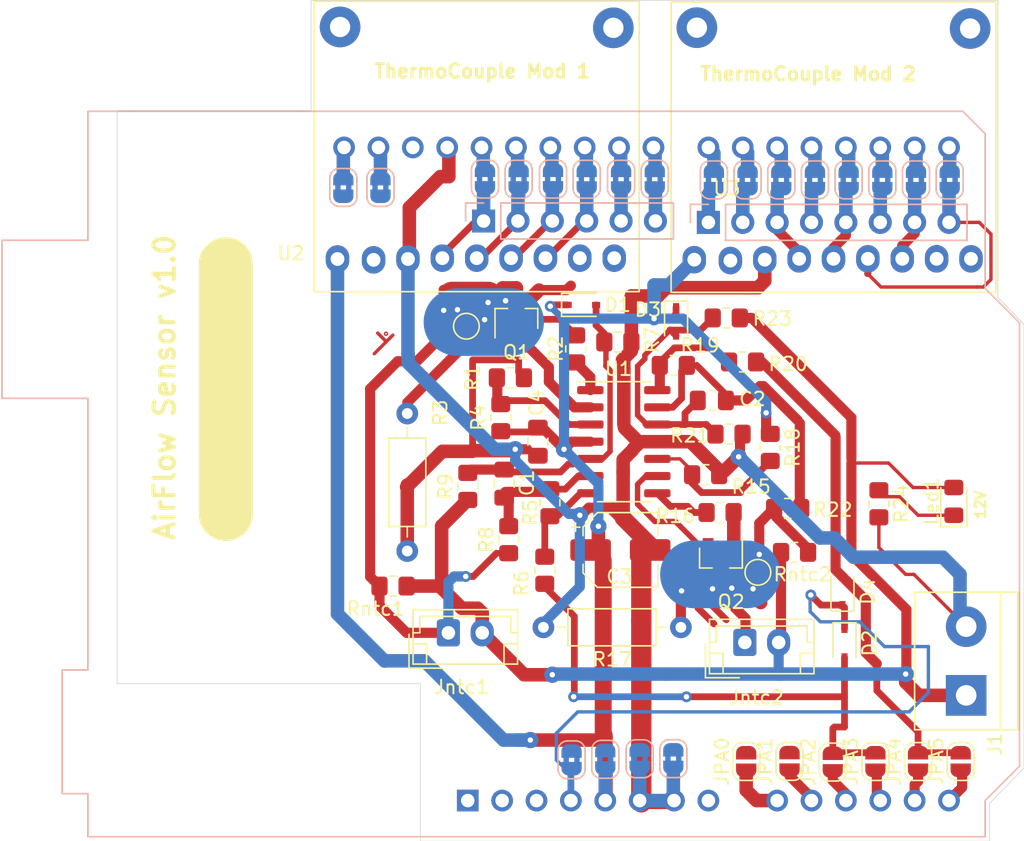
<source format=kicad_pcb>
(kicad_pcb (version 20171130) (host pcbnew "(5.1.10)-1")
  (layers (0 F.Cu signal) (31 B.Cu signal) (34 B.Paste user) (35 F.Paste user) (36 B.SilkS user) (37 F.SilkS user) (38 B.Mask user) (39 F.Mask user) (44 Edge.Cuts user))
  (net 0 "")
  (net 1 "Net-(Q1-Pad2)")
  (net 2 GND)
  (net 3 "Net-(A1-Pad32)")
  (net 4 "Net-(A1-Pad31)")
  (net 5 "Net-(A1-Pad1)")
  (net 6 "Net-(A1-Pad17)")
  (net 7 "Net-(A1-Pad2)")
  (net 8 "Net-(A1-Pad18)")
  (net 9 "Net-(A1-Pad3)")
  (net 10 "Net-(A1-Pad19)")
  (net 11 "Net-(A1-Pad20)")
  (net 12 "Net-(A1-Pad21)")
  (net 13 "Net-(A1-Pad22)")
  (net 14 "Net-(A1-Pad23)")
  (net 15 "Net-(A1-Pad8)")
  (net 16 "Net-(A1-Pad24)")
  (net 17 "Net-(A1-Pad25)")
  (net 18 "Net-(A1-Pad26)")
  (net 19 "Net-(A1-Pad27)")
  (net 20 "Net-(A1-Pad28)")
  (net 21 "Net-(A1-Pad30)")
  (net 22 "Net-(A1-Pad15)")
  (net 23 "Net-(A1-Pad16)")
  (net 24 "Net-(Q1-Pad1)")
  (net 25 "Net-(R2-Pad1)")
  (net 26 +3V3)
  (net 27 +5V)
  (net 28 +12V)
  (net 29 "Net-(R1-Pad1)")
  (net 30 "Net-(Jntc1-Pad1)")
  (net 31 "Net-(Jntc2-Pad1)")
  (net 32 "Net-(Q2-Pad1)")
  (net 33 "Net-(R5-Pad2)")
  (net 34 "Net-(R15-Pad1)")
  (net 35 "Net-(R16-Pad1)")
  (net 36 "Net-(R19-Pad2)")
  (net 37 "Net-(C1-Pad1)")
  (net 38 "Net-(C1-Pad2)")
  (net 39 "Net-(C2-Pad2)")
  (net 40 "Net-(C2-Pad1)")
  (net 41 "Net-(Led1-Pad1)")
  (net 42 "Net-(U2-Pad8)")
  (net 43 "Net-(U3-Pad8)")
  (net 44 D4)
  (net 45 D2)
  (net 46 D3)
  (net 47 D5)
  (net 48 D6)
  (net 49 D7)
  (net 50 D8)
  (net 51 D9)
  (net 52 D10)
  (net 53 D11)
  (net 54 D12)
  (net 55 D13)
  (net 56 D0)
  (net 57 D1)
  (net 58 A0)
  (net 59 A1)
  (net 60 "Net-(U2-Pad10)")
  (net 61 "Net-(U2-Pad11)")
  (net 62 "Net-(U3-Pad10)")
  (net 63 "Net-(U3-Pad11)")
  (net 64 "Net-(A1-Pad9)")
  (net 65 "Net-(A1-Pad10)")
  (net 66 "Net-(A1-Pad11)")
  (net 67 "Net-(A1-Pad12)")
  (net 68 "Net-(A1-Pad13)")
  (net 69 "Net-(A1-Pad14)")
  (net 70 SCL)
  (net 71 SDA)
  (net 72 "Net-(JP3V3-Pad2)")
  (net 73 "Net-(JP5V1-Pad2)")
  (net 74 "Net-(JPGND1-Pad2)")
  (net 75 "Net-(JPGND2-Pad2)")
  (net 76 "Net-(U3-Pad1)")
  (net 77 "Net-(U3-Pad2)")
  (net 78 "Net-(U2-Pad1)")
  (net 79 "Net-(U2-Pad2)")
  (net 80 "Net-(Q2-Pad2)")
  (net 81 Out1)
  (net 82 Out2)
  (module Module:Arduino_UNO_R3 (layer B.Cu) (at 122.3264 129.8956)
    (fp_text reference A1 hide)
    (fp_text value Arduino_UNO_R3)
    (pad 32 thru_hole oval (at -9.14 -48.26 270) (size 1.6 1.6) (drill 1) (layers *.Cu *.Mask) (net 3 "Net-(A1-Pad32)"))
    (pad 31 thru_hole oval (at -6.6 -48.26 270) (size 1.6 1.6) (drill 1) (layers *.Cu *.Mask) (net 4 "Net-(A1-Pad31)"))
    (pad 1 thru_hole rect (at 0 0 270) (size 1.6 1.6) (drill 1) (layers *.Cu *.Mask) (net 5 "Net-(A1-Pad1)"))
    (pad 17 thru_hole oval (at 30.48 -48.26 270) (size 1.6 1.6) (drill 1) (layers *.Cu *.Mask) (net 6 "Net-(A1-Pad17)"))
    (pad 2 thru_hole oval (at 2.54 0 270) (size 1.6 1.6) (drill 1) (layers *.Cu *.Mask) (net 7 "Net-(A1-Pad2)"))
    (pad 18 thru_hole oval (at 27.94 -48.26 270) (size 1.6 1.6) (drill 1) (layers *.Cu *.Mask) (net 8 "Net-(A1-Pad18)"))
    (pad 3 thru_hole oval (at 5.08 0 270) (size 1.6 1.6) (drill 1) (layers *.Cu *.Mask) (net 9 "Net-(A1-Pad3)"))
    (pad 19 thru_hole oval (at 25.4 -48.26 270) (size 1.6 1.6) (drill 1) (layers *.Cu *.Mask) (net 10 "Net-(A1-Pad19)"))
    (pad 4 thru_hole oval (at 7.62 0 270) (size 1.6 1.6) (drill 1) (layers *.Cu *.Mask) (net 26 +3V3))
    (pad 20 thru_hole oval (at 22.86 -48.26 270) (size 1.6 1.6) (drill 1) (layers *.Cu *.Mask) (net 11 "Net-(A1-Pad20)"))
    (pad 5 thru_hole oval (at 10.16 0 270) (size 1.6 1.6) (drill 1) (layers *.Cu *.Mask) (net 27 +5V))
    (pad 21 thru_hole oval (at 20.32 -48.26 270) (size 1.6 1.6) (drill 1) (layers *.Cu *.Mask) (net 12 "Net-(A1-Pad21)"))
    (pad 6 thru_hole oval (at 12.7 0 270) (size 1.6 1.6) (drill 1) (layers *.Cu *.Mask) (net 2 GND))
    (pad 22 thru_hole oval (at 17.78 -48.26 270) (size 1.6 1.6) (drill 1) (layers *.Cu *.Mask) (net 13 "Net-(A1-Pad22)"))
    (pad 7 thru_hole oval (at 15.24 0 270) (size 1.6 1.6) (drill 1) (layers *.Cu *.Mask) (net 2 GND))
    (pad 23 thru_hole oval (at 13.72 -48.26 270) (size 1.6 1.6) (drill 1) (layers *.Cu *.Mask) (net 14 "Net-(A1-Pad23)"))
    (pad 8 thru_hole oval (at 17.78 0 270) (size 1.6 1.6) (drill 1) (layers *.Cu *.Mask) (net 15 "Net-(A1-Pad8)"))
    (pad 24 thru_hole oval (at 11.18 -48.26 270) (size 1.6 1.6) (drill 1) (layers *.Cu *.Mask) (net 16 "Net-(A1-Pad24)"))
    (pad 9 thru_hole oval (at 22.86 0 270) (size 1.6 1.6) (drill 1) (layers *.Cu *.Mask) (net 64 "Net-(A1-Pad9)"))
    (pad 25 thru_hole oval (at 8.64 -48.26 270) (size 1.6 1.6) (drill 1) (layers *.Cu *.Mask) (net 17 "Net-(A1-Pad25)"))
    (pad 10 thru_hole oval (at 25.4 0 270) (size 1.6 1.6) (drill 1) (layers *.Cu *.Mask) (net 65 "Net-(A1-Pad10)"))
    (pad 26 thru_hole oval (at 6.1 -48.26 270) (size 1.6 1.6) (drill 1) (layers *.Cu *.Mask) (net 18 "Net-(A1-Pad26)"))
    (pad 11 thru_hole oval (at 27.94 0 270) (size 1.6 1.6) (drill 1) (layers *.Cu *.Mask) (net 66 "Net-(A1-Pad11)"))
    (pad 27 thru_hole oval (at 3.56 -48.26 270) (size 1.6 1.6) (drill 1) (layers *.Cu *.Mask) (net 19 "Net-(A1-Pad27)"))
    (pad 12 thru_hole oval (at 30.48 0 270) (size 1.6 1.6) (drill 1) (layers *.Cu *.Mask) (net 67 "Net-(A1-Pad12)"))
    (pad 28 thru_hole oval (at 1.02 -48.26 270) (size 1.6 1.6) (drill 1) (layers *.Cu *.Mask) (net 20 "Net-(A1-Pad28)"))
    (pad 13 thru_hole oval (at 33.02 0 270) (size 1.6 1.6) (drill 1) (layers *.Cu *.Mask) (net 68 "Net-(A1-Pad13)"))
    (pad 29 thru_hole oval (at -1.52 -48.26 270) (size 1.6 1.6) (drill 1) (layers *.Cu *.Mask) (net 2 GND))
    (pad 14 thru_hole oval (at 35.56 0 270) (size 1.6 1.6) (drill 1) (layers *.Cu *.Mask) (net 69 "Net-(A1-Pad14)"))
    (pad 30 thru_hole oval (at -4.06 -48.26 270) (size 1.6 1.6) (drill 1) (layers *.Cu *.Mask) (net 21 "Net-(A1-Pad30)"))
    (pad 15 thru_hole oval (at 35.56 -48.26 270) (size 1.6 1.6) (drill 1) (layers *.Cu *.Mask) (net 22 "Net-(A1-Pad15)"))
    (pad 16 thru_hole oval (at 33.02 -48.26 270) (size 1.6 1.6) (drill 1) (layers *.Cu *.Mask) (net 23 "Net-(A1-Pad16)"))
  )
  (module TerminalBlock:TerminalBlock_bornier-2_P5.08mm (layer F.Cu) (at 159.1564 122.1232 90)
    (fp_text reference J1 (at -3.6068 2.1336 90) (layer F.SilkS))
    (fp_text value Screw_Terminal_01x02)
    (pad 1 thru_hole rect (at 0 0 90) (size 3 3) (drill 1.52) (layers *.Cu *.Mask) (net 28 +12V))
    (pad 2 thru_hole circle (at 5.08 0 90) (size 3 3) (drill 1.52) (layers *.Cu *.Mask) (net 2 GND))
  )
  (module Package_SO:SOIC-14_3.9x8.7mm_P1.27mm (layer F.Cu) (at 133.858 103.378)
    (fp_text reference U1 (at -0.4064 -5.3848) (layer F.SilkS))
    (fp_text value MCP6004)
    (pad 1 smd roundrect (at -2.475 -3.81) (size 1.95 0.6) (layers F.Cu F.Paste F.Mask) (net 25 "Net-(R2-Pad1)"))
    (pad 2 smd roundrect (at -2.475 -2.54) (size 1.95 0.6) (layers F.Cu F.Paste F.Mask) (net 1 "Net-(Q1-Pad2)"))
    (pad 3 smd roundrect (at -2.475 -1.27) (size 1.95 0.6) (layers F.Cu F.Paste F.Mask) (net 29 "Net-(R1-Pad1)"))
    (pad 4 smd roundrect (at -2.475 0) (size 1.95 0.6) (layers F.Cu F.Paste F.Mask) (net 27 +5V))
    (pad 5 smd roundrect (at -2.475 1.27) (size 1.95 0.6) (layers F.Cu F.Paste F.Mask) (net 37 "Net-(C1-Pad1)"))
    (pad 6 smd roundrect (at -2.475 2.54) (size 1.95 0.6) (layers F.Cu F.Paste F.Mask) (net 38 "Net-(C1-Pad2)"))
    (pad 7 smd roundrect (at -2.475 3.81) (size 1.95 0.6) (layers F.Cu F.Paste F.Mask) (net 33 "Net-(R5-Pad2)"))
    (pad 8 smd roundrect (at 2.475 3.81) (size 1.95 0.6) (layers F.Cu F.Paste F.Mask) (net 35 "Net-(R16-Pad1)"))
    (pad 9 smd roundrect (at 2.475 2.54) (size 1.95 0.6) (layers F.Cu F.Paste F.Mask) (net 80 "Net-(Q2-Pad2)"))
    (pad 10 smd roundrect (at 2.475 1.27) (size 1.95 0.6) (layers F.Cu F.Paste F.Mask) (net 34 "Net-(R15-Pad1)"))
    (pad 11 smd roundrect (at 2.475 0) (size 1.95 0.6) (layers F.Cu F.Paste F.Mask) (net 2 GND))
    (pad 12 smd roundrect (at 2.475 -1.27) (size 1.95 0.6) (layers F.Cu F.Paste F.Mask) (net 40 "Net-(C2-Pad1)"))
    (pad 13 smd roundrect (at 2.475 -2.54) (size 1.95 0.6) (layers F.Cu F.Paste F.Mask) (net 39 "Net-(C2-Pad2)"))
    (pad 14 smd roundrect (at 2.475 -3.81) (size 1.95 0.6) (layers F.Cu F.Paste F.Mask) (net 36 "Net-(R19-Pad2)"))
  )
  (module Capacitor_SMD:CP_Elec_5x5.4 (layer F.Cu) (at 133.604 111.379)
    (fp_text reference C3 (at -0.0635 1.9685 180) (layer F.SilkS))
    (fp_text value 10uF)
    (pad 1 smd roundrect (at -2.2 0) (size 3 1.6) (layers F.Cu F.Paste F.Mask) (roundrect_rratio 0.15625) (net 27 +5V))
    (pad 2 smd roundrect (at 2.2 0) (size 3 1.6) (layers F.Cu F.Paste F.Mask) (roundrect_rratio 0.15625) (net 2 GND))
  )
  (module Capacitor_SMD:C_0805_2012Metric_Pad1.18x1.45mm_HandSolder (layer F.Cu) (at 125.0188 106.4768 270)
    (fp_text reference C1 (at -0.0508 -1.6764 90) (layer F.SilkS))
    (fp_text value 10nF)
    (pad 1 smd roundrect (at -1.0375 0 270) (size 1.175 1.45) (layers F.Cu F.Paste F.Mask) (roundrect_rratio 0.2127659574468085) (net 37 "Net-(C1-Pad1)"))
    (pad 2 smd roundrect (at 1.0375 0 270) (size 1.175 1.45) (layers F.Cu F.Paste F.Mask) (roundrect_rratio 0.2127659574468085) (net 38 "Net-(C1-Pad2)"))
  )
  (module Capacitor_SMD:C_0805_2012Metric_Pad1.18x1.45mm_HandSolder (layer F.Cu) (at 140.3604 100.33)
    (fp_text reference C2 (at 2.9972 -0.1016 -180) (layer F.SilkS))
    (fp_text value 10nF)
    (pad 2 smd roundrect (at 1.0375 0) (size 1.175 1.45) (layers F.Cu F.Paste F.Mask) (roundrect_rratio 0.2127659574468085) (net 39 "Net-(C2-Pad2)"))
    (pad 1 smd roundrect (at -1.0375 0) (size 1.175 1.45) (layers F.Cu F.Paste F.Mask) (roundrect_rratio 0.2127659574468085) (net 40 "Net-(C2-Pad1)"))
  )
  (module Capacitor_SMD:C_0805_2012Metric_Pad1.18x1.45mm_HandSolder (layer F.Cu) (at 127.508 103.378 270)
    (fp_text reference C4 (at -2.8575 0.1016 90) (layer F.SilkS))
    (fp_text value 10nF)
    (pad 1 smd roundrect (at -1.0375 0 270) (size 1.175 1.45) (layers F.Cu F.Paste F.Mask) (roundrect_rratio 0.2127659574468085) (net 27 +5V))
    (pad 2 smd roundrect (at 1.0375 0 270) (size 1.175 1.45) (layers F.Cu F.Paste F.Mask) (roundrect_rratio 0.2127659574468085) (net 2 GND))
  )
  (module Diode_SMD:D_SOD-323 (layer F.Cu) (at 150.1648 118.2624 270)
    (fp_text reference D2 (at 0 -1.85 270) (layer F.SilkS))
    (fp_text value 1N4148WS)
    (pad 2 smd rect (at 1.05 0 270) (size 0.6 0.45) (layers F.Cu F.Paste F.Mask) (net 81 Out1))
    (pad 1 smd rect (at -1.05 0 270) (size 0.6 0.45) (layers F.Cu F.Paste F.Mask) (net 26 +3V3))
  )
  (module Diode_SMD:D_SOD-323 (layer F.Cu) (at 150.0124 114.4016 90)
    (fp_text reference D4 (at -0.0508 1.8796 90) (layer F.SilkS))
    (fp_text value 1N4148WS)
    (pad 1 smd rect (at -1.05 0 90) (size 0.6 0.45) (layers F.Cu F.Paste F.Mask) (net 26 +3V3))
    (pad 2 smd rect (at 1.05 0 90) (size 0.6 0.45) (layers F.Cu F.Paste F.Mask) (net 82 Out2))
  )
  (module Connector_JST:JST_EH_B2B-EH-A_1x02_P2.50mm_Vertical (layer F.Cu) (at 120.8932 117.5004)
    (fp_text reference Jntc1 (at 0.9652 4.0132) (layer F.SilkS))
    (fp_text value Conn_01x02)
    (pad 1 thru_hole roundrect (at 0 0) (size 1.7 2) (drill 1) (layers *.Cu *.Mask) (roundrect_rratio 0.1470588235294118) (net 30 "Net-(Jntc1-Pad1)"))
    (pad 2 thru_hole oval (at 2.5 0) (size 1.7 2) (drill 1) (layers *.Cu *.Mask) (net 28 +12V))
  )
  (module Connector_JST:JST_EH_B2B-EH-A_1x02_P2.50mm_Vertical (layer F.Cu) (at 142.7988 118.2116)
    (fp_text reference Jntc2 (at 0.8636 4.064) (layer F.SilkS))
    (fp_text value Conn_01x02)
    (pad 2 thru_hole oval (at 2.5 0) (size 1.7 2) (drill 1) (layers *.Cu *.Mask) (net 28 +12V))
    (pad 1 thru_hole roundrect (at 0 0) (size 1.7 2) (drill 1) (layers *.Cu *.Mask) (roundrect_rratio 0.1470588235294118) (net 31 "Net-(Jntc2-Pad1)"))
  )
  (module Package_TO_SOT_SMD:SOT-23 (layer F.Cu) (at 125.9205 94.2975 90)
    (fp_text reference Q1 (at -2.4765 0.0127 180) (layer F.SilkS))
    (fp_text value IRLML2060)
    (pad 3 smd rect (at 1 0 90) (size 0.9 0.8) (layers F.Cu F.Paste F.Mask) (net 30 "Net-(Jntc1-Pad1)"))
    (pad 2 smd rect (at -1 0.95 90) (size 0.9 0.8) (layers F.Cu F.Paste F.Mask) (net 1 "Net-(Q1-Pad2)"))
    (pad 1 smd rect (at -1 -0.95 90) (size 0.9 0.8) (layers F.Cu F.Paste F.Mask) (net 24 "Net-(Q1-Pad1)"))
  )
  (module Package_TO_SOT_SMD:SOT-23 (layer F.Cu) (at 141.0335 111.9505 270)
    (fp_text reference Q2 (at 3.2639 -0.7493) (layer F.SilkS))
    (fp_text value IRLML2060)
    (pad 1 smd rect (at -1 -0.95 270) (size 0.9 0.8) (layers F.Cu F.Paste F.Mask) (net 32 "Net-(Q2-Pad1)"))
    (pad 2 smd rect (at -1 0.95 270) (size 0.9 0.8) (layers F.Cu F.Paste F.Mask) (net 80 "Net-(Q2-Pad2)"))
    (pad 3 smd rect (at 1 0 270) (size 0.9 0.8) (layers F.Cu F.Paste F.Mask) (net 31 "Net-(Jntc2-Pad1)"))
  )
  (module Resistor_SMD:R_0805_2012Metric_Pad1.20x1.40mm_HandSolder (layer F.Cu) (at 125.476 98.6536)
    (fp_text reference R1 (at -2.794 0 90) (layer F.SilkS))
    (fp_text value 860R)
    (pad 1 smd roundrect (at -1 0) (size 1.2 1.4) (layers F.Cu F.Paste F.Mask) (roundrect_rratio 0.2083325) (net 29 "Net-(R1-Pad1)"))
    (pad 2 smd roundrect (at 1 0) (size 1.2 1.4) (layers F.Cu F.Paste F.Mask) (roundrect_rratio 0.2083325) (net 2 GND))
  )
  (module Resistor_SMD:R_0805_2012Metric_Pad1.20x1.40mm_HandSolder (layer F.Cu) (at 130.302 96.52 90)
    (fp_text reference R2 (at 0 -1.4732 90) (layer F.SilkS))
    (fp_text value 470R)
    (pad 1 smd roundrect (at -1 0 90) (size 1.2 1.4) (layers F.Cu F.Paste F.Mask) (roundrect_rratio 0.2083325) (net 25 "Net-(R2-Pad1)"))
    (pad 2 smd roundrect (at 1 0 90) (size 1.2 1.4) (layers F.Cu F.Paste F.Mask) (roundrect_rratio 0.2083325) (net 24 "Net-(Q1-Pad1)"))
  )
  (module Resistor_THT:R_Axial_DIN0207_L6.3mm_D2.5mm_P10.16mm_Horizontal (layer F.Cu) (at 117.856 101.2952 270)
    (fp_text reference R3 (at -0.0508 -2.4384 270) (layer F.SilkS))
    (fp_text value 60R)
    (pad 2 thru_hole oval (at 10.16 0 270) (size 1.6 1.6) (drill 0.8) (layers *.Cu *.Mask) (net 2 GND))
    (pad 1 thru_hole circle (at 0 0 270) (size 1.6 1.6) (drill 0.8) (layers *.Cu *.Mask) (net 1 "Net-(Q1-Pad2)"))
  )
  (module Resistor_SMD:R_0805_2012Metric_Pad1.20x1.40mm_HandSolder (layer F.Cu) (at 124.7648 101.6 90)
    (fp_text reference R4 (at 0 -1.65 90) (layer F.SilkS))
    (fp_text value 3K9)
    (pad 2 smd roundrect (at 1 0 90) (size 1.2 1.4) (layers F.Cu F.Paste F.Mask) (roundrect_rratio 0.2083325) (net 29 "Net-(R1-Pad1)"))
    (pad 1 smd roundrect (at -1 0 90) (size 1.2 1.4) (layers F.Cu F.Paste F.Mask) (roundrect_rratio 0.2083325) (net 27 +5V))
  )
  (module Resistor_SMD:R_0805_2012Metric_Pad1.20x1.40mm_HandSolder (layer F.Cu) (at 128.397 107.8865 270)
    (fp_text reference R5 (at 0.7239 1.4478 270) (layer F.SilkS))
    (fp_text value 82K)
    (pad 2 smd roundrect (at 1 0 270) (size 1.2 1.4) (layers F.Cu F.Paste F.Mask) (roundrect_rratio 0.2083325) (net 33 "Net-(R5-Pad2)"))
    (pad 1 smd roundrect (at -1 0 270) (size 1.2 1.4) (layers F.Cu F.Paste F.Mask) (roundrect_rratio 0.2083325) (net 38 "Net-(C1-Pad2)"))
  )
  (module Resistor_SMD:R_0805_2012Metric_Pad1.20x1.40mm_HandSolder (layer F.Cu) (at 128.016 112.8776 270)
    (fp_text reference R6 (at 0.9652 1.7272 270) (layer F.SilkS))
    (fp_text value 1K)
    (pad 1 smd roundrect (at -1 0 270) (size 1.2 1.4) (layers F.Cu F.Paste F.Mask) (roundrect_rratio 0.2083325) (net 33 "Net-(R5-Pad2)"))
    (pad 2 smd roundrect (at 1 0 270) (size 1.2 1.4) (layers F.Cu F.Paste F.Mask) (roundrect_rratio 0.2083325) (net 81 Out1))
  )
  (module Resistor_SMD:R_0805_2012Metric_Pad1.20x1.40mm_HandSolder (layer F.Cu) (at 133.4168 96.012)
    (fp_text reference R7 (at 2.524 -0.1524 270) (layer F.SilkS))
    (fp_text value 82K)
    (pad 1 smd roundrect (at -1 0) (size 1.2 1.4) (layers F.Cu F.Paste F.Mask) (roundrect_rratio 0.2083325) (net 37 "Net-(C1-Pad1)"))
    (pad 2 smd roundrect (at 1 0) (size 1.2 1.4) (layers F.Cu F.Paste F.Mask) (roundrect_rratio 0.2083325) (net 2 GND))
  )
  (module Resistor_SMD:R_0805_2012Metric_Pad1.20x1.40mm_HandSolder (layer F.Cu) (at 125.349 110.617 90)
    (fp_text reference R8 (at 0 -1.65 90) (layer F.SilkS))
    (fp_text value 22K)
    (pad 1 smd roundrect (at -1 0 90) (size 1.2 1.4) (layers F.Cu F.Paste F.Mask) (roundrect_rratio 0.2083325) (net 30 "Net-(Jntc1-Pad1)"))
    (pad 2 smd roundrect (at 1 0 90) (size 1.2 1.4) (layers F.Cu F.Paste F.Mask) (roundrect_rratio 0.2083325) (net 38 "Net-(C1-Pad2)"))
  )
  (module Resistor_SMD:R_0805_2012Metric_Pad1.20x1.40mm_HandSolder (layer F.Cu) (at 122.3264 106.68 90)
    (fp_text reference R9 (at 0 -1.65 90) (layer F.SilkS))
    (fp_text value 22K)
    (pad 2 smd roundrect (at 1 0 90) (size 1.2 1.4) (layers F.Cu F.Paste F.Mask) (roundrect_rratio 0.2083325) (net 37 "Net-(C1-Pad1)"))
    (pad 1 smd roundrect (at -1 0 90) (size 1.2 1.4) (layers F.Cu F.Paste F.Mask) (roundrect_rratio 0.2083325) (net 28 +12V))
  )
  (module Resistor_SMD:R_0805_2012Metric_Pad1.20x1.40mm_HandSolder (layer F.Cu) (at 139.9032 105.8164)
    (fp_text reference R15 (at 3.3655 0.889) (layer F.SilkS))
    (fp_text value 860R)
    (pad 2 smd roundrect (at 1 0) (size 1.2 1.4) (layers F.Cu F.Paste F.Mask) (roundrect_rratio 0.2083325) (net 2 GND))
    (pad 1 smd roundrect (at -1 0) (size 1.2 1.4) (layers F.Cu F.Paste F.Mask) (roundrect_rratio 0.2083325) (net 34 "Net-(R15-Pad1)"))
  )
  (module Resistor_SMD:R_0805_2012Metric_Pad1.20x1.40mm_HandSolder (layer F.Cu) (at 140.97 108.6104)
    (fp_text reference R16 (at -3.302 0.254) (layer F.SilkS))
    (fp_text value 470R)
    (pad 2 smd roundrect (at 1 0) (size 1.2 1.4) (layers F.Cu F.Paste F.Mask) (roundrect_rratio 0.2083325) (net 32 "Net-(Q2-Pad1)"))
    (pad 1 smd roundrect (at -1 0) (size 1.2 1.4) (layers F.Cu F.Paste F.Mask) (roundrect_rratio 0.2083325) (net 35 "Net-(R16-Pad1)"))
  )
  (module Resistor_THT:R_Axial_DIN0207_L6.3mm_D2.5mm_P10.16mm_Horizontal (layer F.Cu) (at 138.0744 117.094 180)
    (fp_text reference R17 (at 5.08 -2.37 180) (layer F.SilkS))
    (fp_text value 60R)
    (pad 1 thru_hole circle (at 0 0 180) (size 1.6 1.6) (drill 0.8) (layers *.Cu *.Mask) (net 80 "Net-(Q2-Pad2)"))
    (pad 2 thru_hole oval (at 10.16 0 180) (size 1.6 1.6) (drill 0.8) (layers *.Cu *.Mask) (net 2 GND))
  )
  (module Resistor_SMD:R_0805_2012Metric_Pad1.20x1.40mm_HandSolder (layer F.Cu) (at 144.6784 103.8004 270)
    (fp_text reference R18 (at 0 -1.65 270) (layer F.SilkS))
    (fp_text value 3K9)
    (pad 1 smd roundrect (at -1 0 270) (size 1.2 1.4) (layers F.Cu F.Paste F.Mask) (roundrect_rratio 0.2083325) (net 27 +5V))
    (pad 2 smd roundrect (at 1 0 270) (size 1.2 1.4) (layers F.Cu F.Paste F.Mask) (roundrect_rratio 0.2083325) (net 34 "Net-(R15-Pad1)"))
  )
  (module Resistor_SMD:R_0805_2012Metric_Pad1.20x1.40mm_HandSolder (layer F.Cu) (at 137.5156 97.7392 180)
    (fp_text reference R19 (at -1.9812 1.4732 180) (layer F.SilkS))
    (fp_text value 82K)
    (pad 1 smd roundrect (at -1 0 180) (size 1.2 1.4) (layers F.Cu F.Paste F.Mask) (roundrect_rratio 0.2083325) (net 39 "Net-(C2-Pad2)"))
    (pad 2 smd roundrect (at 1 0 180) (size 1.2 1.4) (layers F.Cu F.Paste F.Mask) (roundrect_rratio 0.2083325) (net 36 "Net-(R19-Pad2)"))
  )
  (module Resistor_SMD:R_0805_2012Metric_Pad1.20x1.40mm_HandSolder (layer F.Cu) (at 142.6304 97.4852)
    (fp_text reference R20 (at 3.3688 0.1524) (layer F.SilkS))
    (fp_text value 1K)
    (pad 2 smd roundrect (at 1 0) (size 1.2 1.4) (layers F.Cu F.Paste F.Mask) (roundrect_rratio 0.2083325) (net 82 Out2))
    (pad 1 smd roundrect (at -1 0) (size 1.2 1.4) (layers F.Cu F.Paste F.Mask) (roundrect_rratio 0.2083325) (net 36 "Net-(R19-Pad2)"))
  )
  (module Resistor_SMD:R_0805_2012Metric_Pad1.20x1.40mm_HandSolder (layer F.Cu) (at 141.6304 102.8192)
    (fp_text reference R21 (at -2.8956 0.1016 -180) (layer F.SilkS))
    (fp_text value 82K)
    (pad 2 smd roundrect (at 1 0) (size 1.2 1.4) (layers F.Cu F.Paste F.Mask) (roundrect_rratio 0.2083325) (net 2 GND))
    (pad 1 smd roundrect (at -1 0) (size 1.2 1.4) (layers F.Cu F.Paste F.Mask) (roundrect_rratio 0.2083325) (net 40 "Net-(C2-Pad1)"))
  )
  (module Resistor_SMD:R_0805_2012Metric_Pad1.20x1.40mm_HandSolder (layer F.Cu) (at 145.9644 108.3056)
    (fp_text reference R22 (at 3.3368 0.1016) (layer F.SilkS))
    (fp_text value 22K)
    (pad 2 smd roundrect (at 1 0) (size 1.2 1.4) (layers F.Cu F.Paste F.Mask) (roundrect_rratio 0.2083325) (net 39 "Net-(C2-Pad2)"))
    (pad 1 smd roundrect (at -1 0) (size 1.2 1.4) (layers F.Cu F.Paste F.Mask) (roundrect_rratio 0.2083325) (net 31 "Net-(Jntc2-Pad1)"))
  )
  (module Resistor_SMD:R_0805_2012Metric_Pad1.20x1.40mm_HandSolder (layer F.Cu) (at 141.4272 94.234 180)
    (fp_text reference R23 (at -3.4036 -0.0508 180) (layer F.SilkS))
    (fp_text value 22K)
    (pad 1 smd roundrect (at -1 0 180) (size 1.2 1.4) (layers F.Cu F.Paste F.Mask) (roundrect_rratio 0.2083325) (net 28 +12V))
    (pad 2 smd roundrect (at 1 0 180) (size 1.2 1.4) (layers F.Cu F.Paste F.Mask) (roundrect_rratio 0.2083325) (net 40 "Net-(C2-Pad1)"))
  )
  (module Resistor_SMD:R_0805_2012Metric_Pad1.20x1.40mm_HandSolder (layer F.Cu) (at 146.4724 111.5568)
    (fp_text reference Rntc2 (at 0.5936 1.6256 180) (layer F.SilkS))
    (fp_text value 150R)
    (pad 1 smd roundrect (at -1 0) (size 1.2 1.4) (layers F.Cu F.Paste F.Mask) (roundrect_rratio 0.2083325) (net 28 +12V))
    (pad 2 smd roundrect (at 1 0) (size 1.2 1.4) (layers F.Cu F.Paste F.Mask) (roundrect_rratio 0.2083325) (net 31 "Net-(Jntc2-Pad1)"))
  )
  (module Diode_SMD:D_SOD-323 (layer F.Cu) (at 130.7592 93.2688)
    (fp_text reference D1 (at 2.6416 0 180) (layer F.SilkS))
    (fp_text value 1N4148WS)
    (pad 2 smd rect (at 1.05 0) (size 0.6 0.45) (layers F.Cu F.Paste F.Mask) (net 37 "Net-(C1-Pad1)"))
    (pad 1 smd rect (at -1.05 0) (size 0.6 0.45) (layers F.Cu F.Paste F.Mask) (net 27 +5V))
  )
  (module Diode_SMD:D_SOD-323 (layer F.Cu) (at 137.7188 94.488 270)
    (fp_text reference D3 (at -0.8636 2.0828) (layer F.SilkS))
    (fp_text value 1N4148WS)
    (pad 1 smd rect (at -1.05 0 270) (size 0.6 0.45) (layers F.Cu F.Paste F.Mask) (net 27 +5V))
    (pad 2 smd rect (at 1.05 0 270) (size 0.6 0.45) (layers F.Cu F.Paste F.Mask) (net 40 "Net-(C2-Pad1)"))
  )
  (module Resistor_SMD:R_0805_2012Metric_Pad1.20x1.40mm_HandSolder (layer F.Cu) (at 116.8052 114.046 180)
    (fp_text reference Rntc1 (at 1.286 -1.6764) (layer F.SilkS))
    (fp_text value 150R)
    (pad 1 smd roundrect (at -1 0 180) (size 1.2 1.4) (layers F.Cu F.Paste F.Mask) (roundrect_rratio 0.2083325) (net 28 +12V))
    (pad 2 smd roundrect (at 1 0 180) (size 1.2 1.4) (layers F.Cu F.Paste F.Mask) (roundrect_rratio 0.2083325) (net 30 "Net-(Jntc1-Pad1)"))
  )
  (module LED_SMD:LED_0805_2012Metric_Pad1.15x1.40mm_HandSolder (layer F.Cu) (at 158.242 107.7886 90)
    (fp_text reference Led1 (at 0 -1.65 90) (layer F.SilkS))
    (fp_text value LED)
    (pad 1 smd roundrect (at -1.025 0 90) (size 1.15 1.4) (layers F.Cu F.Paste F.Mask) (roundrect_rratio 0.2173904347826087) (net 41 "Net-(Led1-Pad1)"))
    (pad 2 smd roundrect (at 1.025 0 90) (size 1.15 1.4) (layers F.Cu F.Paste F.Mask) (roundrect_rratio 0.2173904347826087) (net 28 +12V))
  )
  (module Resistor_SMD:R_0805_2012Metric_Pad1.20x1.40mm_HandSolder (layer F.Cu) (at 152.7048 107.966 270)
    (fp_text reference R24 (at 0 -1.65 90) (layer F.SilkS))
    (fp_text value 10K)
    (pad 1 smd roundrect (at -1 0 270) (size 1.2 1.4) (layers F.Cu F.Paste F.Mask) (roundrect_rratio 0.2083325) (net 41 "Net-(Led1-Pad1)"))
    (pad 2 smd roundrect (at 1 0 270) (size 1.2 1.4) (layers F.Cu F.Paste F.Mask) (roundrect_rratio 0.2083325) (net 2 GND))
  )
  (module TestPoint:TestPoint_Pad_D1.5mm (layer F.Cu) (at 122.2248 94.8436)
    (fp_text reference TP1 hide)
    (fp_text value TestPoint)
    (pad 1 smd circle (at 0 0) (size 1.5 1.5) (layers F.Cu F.Mask) (net 30 "Net-(Jntc1-Pad1)"))
  )
  (module TestPoint:TestPoint_Pad_D1.5mm (layer F.Cu) (at 143.764 113.03)
    (fp_text reference TP2 hide)
    (fp_text value TestPoint)
    (pad 1 smd circle (at 0 0) (size 1.5 1.5) (layers F.Cu F.Mask) (net 31 "Net-(Jntc2-Pad1)"))
  )
  (module Connector_PinHeader_2.54mm:PinHeader_1x08_P2.54mm_Vertical (layer B.Cu) (at 140.1064 87.1728 270)
    (fp_text reference J5 hide)
    (fp_text value Conn_01x08_MountingPin hide)
    (pad 1 thru_hole rect (at 0 0 270) (size 1.7 1.7) (drill 1) (layers *.Cu *.Mask) (net 49 D7))
    (pad 2 thru_hole oval (at 0 -2.54 270) (size 1.7 1.7) (drill 1) (layers *.Cu *.Mask) (net 48 D6))
    (pad 3 thru_hole oval (at 0 -5.08 270) (size 1.7 1.7) (drill 1) (layers *.Cu *.Mask) (net 47 D5))
    (pad 4 thru_hole oval (at 0 -7.62 270) (size 1.7 1.7) (drill 1) (layers *.Cu *.Mask) (net 44 D4))
    (pad 5 thru_hole oval (at 0 -10.16 270) (size 1.7 1.7) (drill 1) (layers *.Cu *.Mask) (net 46 D3))
    (pad 6 thru_hole oval (at 0 -12.7 270) (size 1.7 1.7) (drill 1) (layers *.Cu *.Mask) (net 45 D2))
    (pad 7 thru_hole oval (at 0 -15.24 270) (size 1.7 1.7) (drill 1) (layers *.Cu *.Mask) (net 57 D1))
    (pad 8 thru_hole oval (at 0 -17.78 270) (size 1.7 1.7) (drill 1) (layers *.Cu *.Mask) (net 56 D0))
  )
  (module Connector_PinHeader_2.54mm:PinHeader_1x06_P2.54mm_Vertical (layer B.Cu) (at 123.4948 87.0712 270)
    (fp_text reference J6 hide)
    (fp_text value Conn_01x06_MountingPin hide)
    (pad 1 thru_hole rect (at 0 0 270) (size 1.7 1.7) (drill 1) (layers *.Cu *.Mask) (net 55 D13))
    (pad 2 thru_hole oval (at 0 -2.54 270) (size 1.7 1.7) (drill 1) (layers *.Cu *.Mask) (net 54 D12))
    (pad 3 thru_hole oval (at 0 -5.08 270) (size 1.7 1.7) (drill 1) (layers *.Cu *.Mask) (net 53 D11))
    (pad 4 thru_hole oval (at 0 -7.62 270) (size 1.7 1.7) (drill 1) (layers *.Cu *.Mask) (net 52 D10))
    (pad 5 thru_hole oval (at 0 -10.16 270) (size 1.7 1.7) (drill 1) (layers *.Cu *.Mask) (net 51 D9))
    (pad 6 thru_hole oval (at 0 -12.7 270) (size 1.7 1.7) (drill 1) (layers *.Cu *.Mask) (net 50 D8))
  )
  (module Jumper:SolderJumper-2_P1.3mm_Bridged2Bar_RoundedPad1.0x1.5mm (layer B.Cu) (at 157.9372 84.0336 90)
    (fp_text reference JP0 hide)
    (fp_text value SolderJumper_2_Bridged hide)
    (fp_poly (pts (xy -0.25 0.6) (xy 0.25 0.6) (xy 0.25 0.2) (xy -0.25 0.2)) (layer B.Cu) (width 0))
    (fp_poly (pts (xy -0.25 -0.2) (xy 0.25 -0.2) (xy 0.25 -0.6) (xy -0.25 -0.6)) (layer B.Cu) (width 0))
    (pad 1 smd custom (at -0.65 0 90) (size 1 0.5) (layers B.Cu B.Mask) (net 56 D0) (options (clearance outline) (anchor rect)) (primitives (gr_circle (center 0 -0.25) (end 0.5 -0.25) (width 0)) (gr_circle (center 0 0.25) (end 0.5 0.25) (width 0)) (gr_poly (pts (xy 0.5 -0.75) (xy 0.5 0.75) (xy 0 0.75) (xy 0 -0.75)) (width 0))))
    (pad 2 smd custom (at 0.65 0 90) (size 1 0.5) (layers B.Cu B.Mask) (net 22 "Net-(A1-Pad15)") (options (clearance outline) (anchor rect)) (primitives (gr_circle (center 0 -0.25) (end 0.5 -0.25) (width 0)) (gr_circle (center 0 0.25) (end 0.5 0.25) (width 0)) (gr_poly (pts (xy -0.5 -0.75) (xy -0.5 0.75) (xy 0 0.75) (xy 0 -0.75)) (width 0))))
  )
  (module Jumper:SolderJumper-2_P1.3mm_Bridged2Bar_RoundedPad1.0x1.5mm (layer B.Cu) (at 155.448 84.0336 90)
    (fp_text reference JP1 hide)
    (fp_text value SolderJumper_2_Bridged hide)
    (fp_poly (pts (xy -0.25 -0.2) (xy 0.25 -0.2) (xy 0.25 -0.6) (xy -0.25 -0.6)) (layer B.Cu) (width 0))
    (fp_poly (pts (xy -0.25 0.6) (xy 0.25 0.6) (xy 0.25 0.2) (xy -0.25 0.2)) (layer B.Cu) (width 0))
    (pad 2 smd custom (at 0.65 0 90) (size 1 0.5) (layers B.Cu B.Mask) (net 23 "Net-(A1-Pad16)") (options (clearance outline) (anchor rect)) (primitives (gr_circle (center 0 -0.25) (end 0.5 -0.25) (width 0)) (gr_circle (center 0 0.25) (end 0.5 0.25) (width 0)) (gr_poly (pts (xy -0.5 -0.75) (xy -0.5 0.75) (xy 0 0.75) (xy 0 -0.75)) (width 0))))
    (pad 1 smd custom (at -0.65 0 90) (size 1 0.5) (layers B.Cu B.Mask) (net 57 D1) (options (clearance outline) (anchor rect)) (primitives (gr_circle (center 0 -0.25) (end 0.5 -0.25) (width 0)) (gr_circle (center 0 0.25) (end 0.5 0.25) (width 0)) (gr_poly (pts (xy 0.5 -0.75) (xy 0.5 0.75) (xy 0 0.75) (xy 0 -0.75)) (width 0))))
  )
  (module Jumper:SolderJumper-2_P1.3mm_Bridged2Bar_RoundedPad1.0x1.5mm (layer B.Cu) (at 152.9588 84.0336 90)
    (fp_text reference JP2 hide)
    (fp_text value SolderJumper_2_Bridged hide)
    (fp_poly (pts (xy -0.25 0.6) (xy 0.25 0.6) (xy 0.25 0.2) (xy -0.25 0.2)) (layer B.Cu) (width 0))
    (fp_poly (pts (xy -0.25 -0.2) (xy 0.25 -0.2) (xy 0.25 -0.6) (xy -0.25 -0.6)) (layer B.Cu) (width 0))
    (pad 1 smd custom (at -0.65 0 90) (size 1 0.5) (layers B.Cu B.Mask) (net 45 D2) (options (clearance outline) (anchor rect)) (primitives (gr_circle (center 0 -0.25) (end 0.5 -0.25) (width 0)) (gr_circle (center 0 0.25) (end 0.5 0.25) (width 0)) (gr_poly (pts (xy 0.5 -0.75) (xy 0.5 0.75) (xy 0 0.75) (xy 0 -0.75)) (width 0))))
    (pad 2 smd custom (at 0.65 0 90) (size 1 0.5) (layers B.Cu B.Mask) (net 6 "Net-(A1-Pad17)") (options (clearance outline) (anchor rect)) (primitives (gr_circle (center 0 -0.25) (end 0.5 -0.25) (width 0)) (gr_circle (center 0 0.25) (end 0.5 0.25) (width 0)) (gr_poly (pts (xy -0.5 -0.75) (xy -0.5 0.75) (xy 0 0.75) (xy 0 -0.75)) (width 0))))
  )
  (module Jumper:SolderJumper-2_P1.3mm_Bridged2Bar_RoundedPad1.0x1.5mm (layer B.Cu) (at 150.4696 84.0336 90)
    (fp_text reference JP3 hide)
    (fp_text value SolderJumper_2_Bridged hide)
    (fp_poly (pts (xy -0.25 -0.2) (xy 0.25 -0.2) (xy 0.25 -0.6) (xy -0.25 -0.6)) (layer B.Cu) (width 0))
    (fp_poly (pts (xy -0.25 0.6) (xy 0.25 0.6) (xy 0.25 0.2) (xy -0.25 0.2)) (layer B.Cu) (width 0))
    (pad 2 smd custom (at 0.65 0 90) (size 1 0.5) (layers B.Cu B.Mask) (net 8 "Net-(A1-Pad18)") (options (clearance outline) (anchor rect)) (primitives (gr_circle (center 0 -0.25) (end 0.5 -0.25) (width 0)) (gr_circle (center 0 0.25) (end 0.5 0.25) (width 0)) (gr_poly (pts (xy -0.5 -0.75) (xy -0.5 0.75) (xy 0 0.75) (xy 0 -0.75)) (width 0))))
    (pad 1 smd custom (at -0.65 0 90) (size 1 0.5) (layers B.Cu B.Mask) (net 46 D3) (options (clearance outline) (anchor rect)) (primitives (gr_circle (center 0 -0.25) (end 0.5 -0.25) (width 0)) (gr_circle (center 0 0.25) (end 0.5 0.25) (width 0)) (gr_poly (pts (xy 0.5 -0.75) (xy 0.5 0.75) (xy 0 0.75) (xy 0 -0.75)) (width 0))))
  )
  (module Jumper:SolderJumper-2_P1.3mm_Bridged2Bar_RoundedPad1.0x1.5mm (layer B.Cu) (at 147.9804 84.0336 90)
    (fp_text reference JP4 hide)
    (fp_text value SolderJumper_2_Bridged hide)
    (fp_poly (pts (xy -0.25 0.6) (xy 0.25 0.6) (xy 0.25 0.2) (xy -0.25 0.2)) (layer B.Cu) (width 0))
    (fp_poly (pts (xy -0.25 -0.2) (xy 0.25 -0.2) (xy 0.25 -0.6) (xy -0.25 -0.6)) (layer B.Cu) (width 0))
    (pad 1 smd custom (at -0.65 0 90) (size 1 0.5) (layers B.Cu B.Mask) (net 44 D4) (options (clearance outline) (anchor rect)) (primitives (gr_circle (center 0 -0.25) (end 0.5 -0.25) (width 0)) (gr_circle (center 0 0.25) (end 0.5 0.25) (width 0)) (gr_poly (pts (xy 0.5 -0.75) (xy 0.5 0.75) (xy 0 0.75) (xy 0 -0.75)) (width 0))))
    (pad 2 smd custom (at 0.65 0 90) (size 1 0.5) (layers B.Cu B.Mask) (net 10 "Net-(A1-Pad19)") (options (clearance outline) (anchor rect)) (primitives (gr_circle (center 0 -0.25) (end 0.5 -0.25) (width 0)) (gr_circle (center 0 0.25) (end 0.5 0.25) (width 0)) (gr_poly (pts (xy -0.5 -0.75) (xy -0.5 0.75) (xy 0 0.75) (xy 0 -0.75)) (width 0))))
  )
  (module Jumper:SolderJumper-2_P1.3mm_Bridged2Bar_RoundedPad1.0x1.5mm (layer B.Cu) (at 145.4912 84.0336 90)
    (fp_text reference JP5 hide)
    (fp_text value SolderJumper_2_Bridged hide)
    (fp_poly (pts (xy -0.25 -0.2) (xy 0.25 -0.2) (xy 0.25 -0.6) (xy -0.25 -0.6)) (layer B.Cu) (width 0))
    (fp_poly (pts (xy -0.25 0.6) (xy 0.25 0.6) (xy 0.25 0.2) (xy -0.25 0.2)) (layer B.Cu) (width 0))
    (pad 2 smd custom (at 0.65 0 90) (size 1 0.5) (layers B.Cu B.Mask) (net 11 "Net-(A1-Pad20)") (options (clearance outline) (anchor rect)) (primitives (gr_circle (center 0 -0.25) (end 0.5 -0.25) (width 0)) (gr_circle (center 0 0.25) (end 0.5 0.25) (width 0)) (gr_poly (pts (xy -0.5 -0.75) (xy -0.5 0.75) (xy 0 0.75) (xy 0 -0.75)) (width 0))))
    (pad 1 smd custom (at -0.65 0 90) (size 1 0.5) (layers B.Cu B.Mask) (net 47 D5) (options (clearance outline) (anchor rect)) (primitives (gr_circle (center 0 -0.25) (end 0.5 -0.25) (width 0)) (gr_circle (center 0 0.25) (end 0.5 0.25) (width 0)) (gr_poly (pts (xy 0.5 -0.75) (xy 0.5 0.75) (xy 0 0.75) (xy 0 -0.75)) (width 0))))
  )
  (module Jumper:SolderJumper-2_P1.3mm_Bridged2Bar_RoundedPad1.0x1.5mm (layer B.Cu) (at 143.002 84.0336 90)
    (fp_text reference JP6 hide)
    (fp_text value SolderJumper_2_Bridged hide)
    (fp_poly (pts (xy -0.25 -0.2) (xy 0.25 -0.2) (xy 0.25 -0.6) (xy -0.25 -0.6)) (layer B.Cu) (width 0))
    (fp_poly (pts (xy -0.25 0.6) (xy 0.25 0.6) (xy 0.25 0.2) (xy -0.25 0.2)) (layer B.Cu) (width 0))
    (pad 2 smd custom (at 0.65 0 90) (size 1 0.5) (layers B.Cu B.Mask) (net 12 "Net-(A1-Pad21)") (options (clearance outline) (anchor rect)) (primitives (gr_circle (center 0 -0.25) (end 0.5 -0.25) (width 0)) (gr_circle (center 0 0.25) (end 0.5 0.25) (width 0)) (gr_poly (pts (xy -0.5 -0.75) (xy -0.5 0.75) (xy 0 0.75) (xy 0 -0.75)) (width 0))))
    (pad 1 smd custom (at -0.65 0 90) (size 1 0.5) (layers B.Cu B.Mask) (net 48 D6) (options (clearance outline) (anchor rect)) (primitives (gr_circle (center 0 -0.25) (end 0.5 -0.25) (width 0)) (gr_circle (center 0 0.25) (end 0.5 0.25) (width 0)) (gr_poly (pts (xy 0.5 -0.75) (xy 0.5 0.75) (xy 0 0.75) (xy 0 -0.75)) (width 0))))
  )
  (module Jumper:SolderJumper-2_P1.3mm_Bridged2Bar_RoundedPad1.0x1.5mm (layer B.Cu) (at 140.5128 84.0336 90)
    (fp_text reference JP7 hide)
    (fp_text value SolderJumper_2_Bridged hide)
    (fp_poly (pts (xy -0.25 0.6) (xy 0.25 0.6) (xy 0.25 0.2) (xy -0.25 0.2)) (layer B.Cu) (width 0))
    (fp_poly (pts (xy -0.25 -0.2) (xy 0.25 -0.2) (xy 0.25 -0.6) (xy -0.25 -0.6)) (layer B.Cu) (width 0))
    (pad 1 smd custom (at -0.65 0 90) (size 1 0.5) (layers B.Cu B.Mask) (net 49 D7) (options (clearance outline) (anchor rect)) (primitives (gr_circle (center 0 -0.25) (end 0.5 -0.25) (width 0)) (gr_circle (center 0 0.25) (end 0.5 0.25) (width 0)) (gr_poly (pts (xy 0.5 -0.75) (xy 0.5 0.75) (xy 0 0.75) (xy 0 -0.75)) (width 0))))
    (pad 2 smd custom (at 0.65 0 90) (size 1 0.5) (layers B.Cu B.Mask) (net 13 "Net-(A1-Pad22)") (options (clearance outline) (anchor rect)) (primitives (gr_circle (center 0 -0.25) (end 0.5 -0.25) (width 0)) (gr_circle (center 0 0.25) (end 0.5 0.25) (width 0)) (gr_poly (pts (xy -0.5 -0.75) (xy -0.5 0.75) (xy 0 0.75) (xy 0 -0.75)) (width 0))))
  )
  (module Custom_Ilker:Thermo_Int_Adafruit2 (layer F.Cu) (at 112.8268 89.8144)
    (fp_text reference U2 (at -3.5687 -0.3556) (layer F.SilkS))
    (fp_text value Adafruit_ThermoModule)
    (pad 5 thru_hole oval (at 10.16 0 90) (size 2.03 1.73) (drill 1.02) (layers *.Cu *.Mask) (net 54 D12))
    (pad 6 thru_hole oval (at 7.62 0 90) (size 2.03 1.73) (drill 1.02) (layers *.Cu *.Mask) (net 55 D13))
    (pad 3 thru_hole oval (at 15.24 0 90) (size 2.03 1.73) (drill 1.02) (layers *.Cu *.Mask) (net 52 D10))
    (pad 4 thru_hole oval (at 12.7 0 90) (size 2.03 1.73) (drill 1.02) (layers *.Cu *.Mask) (net 53 D11))
    (pad 1 thru_hole oval (at 20.32 0 90) (size 2.03 1.73) (drill 1.02) (layers *.Cu *.Mask) (net 78 "Net-(U2-Pad1)"))
    (pad 2 thru_hole oval (at 17.78 0 90) (size 2.03 1.73) (drill 1.02) (layers *.Cu *.Mask) (net 79 "Net-(U2-Pad2)"))
    (pad 10 thru_hole circle (at 0.0635 -17.0815 90) (size 3 3) (drill 1.5) (layers *.Cu *.Mask) (net 60 "Net-(U2-Pad10)"))
    (pad 11 thru_hole circle (at 20.2565 -17.018 90) (size 3 3) (drill 1.5) (layers *.Cu *.Mask) (net 61 "Net-(U2-Pad11)"))
    (pad 7 thru_hole oval (at 5.08 0.0635 90) (size 2.03 1.73) (drill 1.02) (layers *.Cu *.Mask) (net 2 GND))
    (pad 8 thru_hole oval (at 2.54 0.127 90) (size 2.03 1.73) (drill 1.02) (layers *.Cu *.Mask) (net 42 "Net-(U2-Pad8)"))
    (pad 9 thru_hole oval (at -0.127 0.0635 90) (size 2.03 1.73) (drill 1.02) (layers *.Cu *.Mask) (net 27 +5V))
  )
  (module Custom_Ilker:Thermo_Int_Adafruit2 (layer F.Cu) (at 139.192 89.8652)
    (fp_text reference U3 (at 2.286 -5.207) (layer F.SilkS))
    (fp_text value Adafruit_ThermoModule)
    (pad 5 thru_hole oval (at 10.16 0 90) (size 2.03 1.73) (drill 1.02) (layers *.Cu *.Mask) (net 46 D3))
    (pad 6 thru_hole oval (at 7.62 0 90) (size 2.03 1.73) (drill 1.02) (layers *.Cu *.Mask) (net 47 D5))
    (pad 3 thru_hole oval (at 15.24 0 90) (size 2.03 1.73) (drill 1.02) (layers *.Cu *.Mask) (net 57 D1))
    (pad 4 thru_hole oval (at 12.7 0 90) (size 2.03 1.73) (drill 1.02) (layers *.Cu *.Mask) (net 56 D0))
    (pad 1 thru_hole oval (at 20.32 0 90) (size 2.03 1.73) (drill 1.02) (layers *.Cu *.Mask) (net 76 "Net-(U3-Pad1)"))
    (pad 2 thru_hole oval (at 17.78 0 90) (size 2.03 1.73) (drill 1.02) (layers *.Cu *.Mask) (net 77 "Net-(U3-Pad2)"))
    (pad 10 thru_hole circle (at 0.0635 -17.0815 90) (size 3 3) (drill 1.5) (layers *.Cu *.Mask) (net 62 "Net-(U3-Pad10)"))
    (pad 11 thru_hole circle (at 20.2565 -17.018 90) (size 3 3) (drill 1.5) (layers *.Cu *.Mask) (net 63 "Net-(U3-Pad11)"))
    (pad 7 thru_hole oval (at 5.08 0.0635 90) (size 2.03 1.73) (drill 1.02) (layers *.Cu *.Mask) (net 2 GND))
    (pad 8 thru_hole oval (at 2.54 0.127 90) (size 2.03 1.73) (drill 1.02) (layers *.Cu *.Mask) (net 43 "Net-(U3-Pad8)"))
    (pad 9 thru_hole oval (at -0.127 0.0635 90) (size 2.03 1.73) (drill 1.02) (layers *.Cu *.Mask) (net 27 +5V))
  )
  (module Jumper:SolderJumper-2_P1.3mm_Bridged2Bar_RoundedPad1.0x1.5mm (layer B.Cu) (at 136.144 83.9828 90)
    (fp_text reference JP8 hide)
    (fp_text value SolderJumper_2_Bridged hide)
    (fp_poly (pts (xy -0.25 0.6) (xy 0.25 0.6) (xy 0.25 0.2) (xy -0.25 0.2)) (layer B.Cu) (width 0))
    (fp_poly (pts (xy -0.25 -0.2) (xy 0.25 -0.2) (xy 0.25 -0.6) (xy -0.25 -0.6)) (layer B.Cu) (width 0))
    (pad 1 smd custom (at -0.65 0 90) (size 1 0.5) (layers B.Cu B.Mask) (net 50 D8) (options (clearance outline) (anchor rect)) (primitives (gr_circle (center 0 -0.25) (end 0.5 -0.25) (width 0)) (gr_circle (center 0 0.25) (end 0.5 0.25) (width 0)) (gr_poly (pts (xy 0.5 -0.75) (xy 0.5 0.75) (xy 0 0.75) (xy 0 -0.75)) (width 0))))
    (pad 2 smd custom (at 0.65 0 90) (size 1 0.5) (layers B.Cu B.Mask) (net 14 "Net-(A1-Pad23)") (options (clearance outline) (anchor rect)) (primitives (gr_circle (center 0 -0.25) (end 0.5 -0.25) (width 0)) (gr_circle (center 0 0.25) (end 0.5 0.25) (width 0)) (gr_poly (pts (xy -0.5 -0.75) (xy -0.5 0.75) (xy 0 0.75) (xy 0 -0.75)) (width 0))))
  )
  (module Jumper:SolderJumper-2_P1.3mm_Bridged2Bar_RoundedPad1.0x1.5mm (layer B.Cu) (at 133.6548 83.9828 90)
    (fp_text reference JP9 hide)
    (fp_text value SolderJumper_2_Bridged hide)
    (fp_poly (pts (xy -0.25 -0.2) (xy 0.25 -0.2) (xy 0.25 -0.6) (xy -0.25 -0.6)) (layer B.Cu) (width 0))
    (fp_poly (pts (xy -0.25 0.6) (xy 0.25 0.6) (xy 0.25 0.2) (xy -0.25 0.2)) (layer B.Cu) (width 0))
    (pad 2 smd custom (at 0.65 0 90) (size 1 0.5) (layers B.Cu B.Mask) (net 16 "Net-(A1-Pad24)") (options (clearance outline) (anchor rect)) (primitives (gr_circle (center 0 -0.25) (end 0.5 -0.25) (width 0)) (gr_circle (center 0 0.25) (end 0.5 0.25) (width 0)) (gr_poly (pts (xy -0.5 -0.75) (xy -0.5 0.75) (xy 0 0.75) (xy 0 -0.75)) (width 0))))
    (pad 1 smd custom (at -0.65 0 90) (size 1 0.5) (layers B.Cu B.Mask) (net 51 D9) (options (clearance outline) (anchor rect)) (primitives (gr_circle (center 0 -0.25) (end 0.5 -0.25) (width 0)) (gr_circle (center 0 0.25) (end 0.5 0.25) (width 0)) (gr_poly (pts (xy 0.5 -0.75) (xy 0.5 0.75) (xy 0 0.75) (xy 0 -0.75)) (width 0))))
  )
  (module Jumper:SolderJumper-2_P1.3mm_Bridged2Bar_RoundedPad1.0x1.5mm (layer B.Cu) (at 131.1148 83.9828 90)
    (fp_text reference JP10 hide)
    (fp_text value SolderJumper_2_Bridged hide)
    (fp_poly (pts (xy -0.25 0.6) (xy 0.25 0.6) (xy 0.25 0.2) (xy -0.25 0.2)) (layer B.Cu) (width 0))
    (fp_poly (pts (xy -0.25 -0.2) (xy 0.25 -0.2) (xy 0.25 -0.6) (xy -0.25 -0.6)) (layer B.Cu) (width 0))
    (pad 1 smd custom (at -0.65 0 90) (size 1 0.5) (layers B.Cu B.Mask) (net 52 D10) (options (clearance outline) (anchor rect)) (primitives (gr_circle (center 0 -0.25) (end 0.5 -0.25) (width 0)) (gr_circle (center 0 0.25) (end 0.5 0.25) (width 0)) (gr_poly (pts (xy 0.5 -0.75) (xy 0.5 0.75) (xy 0 0.75) (xy 0 -0.75)) (width 0))))
    (pad 2 smd custom (at 0.65 0 90) (size 1 0.5) (layers B.Cu B.Mask) (net 17 "Net-(A1-Pad25)") (options (clearance outline) (anchor rect)) (primitives (gr_circle (center 0 -0.25) (end 0.5 -0.25) (width 0)) (gr_circle (center 0 0.25) (end 0.5 0.25) (width 0)) (gr_poly (pts (xy -0.5 -0.75) (xy -0.5 0.75) (xy 0 0.75) (xy 0 -0.75)) (width 0))))
  )
  (module Jumper:SolderJumper-2_P1.3mm_Bridged2Bar_RoundedPad1.0x1.5mm (layer B.Cu) (at 128.6256 83.9724 90)
    (fp_text reference JP11 hide)
    (fp_text value SolderJumper_2_Bridged hide)
    (fp_poly (pts (xy -0.25 -0.2) (xy 0.25 -0.2) (xy 0.25 -0.6) (xy -0.25 -0.6)) (layer B.Cu) (width 0))
    (fp_poly (pts (xy -0.25 0.6) (xy 0.25 0.6) (xy 0.25 0.2) (xy -0.25 0.2)) (layer B.Cu) (width 0))
    (pad 2 smd custom (at 0.65 0 90) (size 1 0.5) (layers B.Cu B.Mask) (net 18 "Net-(A1-Pad26)") (options (clearance outline) (anchor rect)) (primitives (gr_circle (center 0 -0.25) (end 0.5 -0.25) (width 0)) (gr_circle (center 0 0.25) (end 0.5 0.25) (width 0)) (gr_poly (pts (xy -0.5 -0.75) (xy -0.5 0.75) (xy 0 0.75) (xy 0 -0.75)) (width 0))))
    (pad 1 smd custom (at -0.65 0 90) (size 1 0.5) (layers B.Cu B.Mask) (net 53 D11) (options (clearance outline) (anchor rect)) (primitives (gr_circle (center 0 -0.25) (end 0.5 -0.25) (width 0)) (gr_circle (center 0 0.25) (end 0.5 0.25) (width 0)) (gr_poly (pts (xy 0.5 -0.75) (xy 0.5 0.75) (xy 0 0.75) (xy 0 -0.75)) (width 0))))
  )
  (module Jumper:SolderJumper-2_P1.3mm_Bridged2Bar_RoundedPad1.0x1.5mm (layer B.Cu) (at 126.0856 83.9828 90)
    (fp_text reference JP12 hide)
    (fp_text value SolderJumper_2_Bridged hide)
    (fp_poly (pts (xy -0.25 -0.2) (xy 0.25 -0.2) (xy 0.25 -0.6) (xy -0.25 -0.6)) (layer B.Cu) (width 0))
    (fp_poly (pts (xy -0.25 0.6) (xy 0.25 0.6) (xy 0.25 0.2) (xy -0.25 0.2)) (layer B.Cu) (width 0))
    (pad 2 smd custom (at 0.65 0 90) (size 1 0.5) (layers B.Cu B.Mask) (net 19 "Net-(A1-Pad27)") (options (clearance outline) (anchor rect)) (primitives (gr_circle (center 0 -0.25) (end 0.5 -0.25) (width 0)) (gr_circle (center 0 0.25) (end 0.5 0.25) (width 0)) (gr_poly (pts (xy -0.5 -0.75) (xy -0.5 0.75) (xy 0 0.75) (xy 0 -0.75)) (width 0))))
    (pad 1 smd custom (at -0.65 0 90) (size 1 0.5) (layers B.Cu B.Mask) (net 54 D12) (options (clearance outline) (anchor rect)) (primitives (gr_circle (center 0 -0.25) (end 0.5 -0.25) (width 0)) (gr_circle (center 0 0.25) (end 0.5 0.25) (width 0)) (gr_poly (pts (xy 0.5 -0.75) (xy 0.5 0.75) (xy 0 0.75) (xy 0 -0.75)) (width 0))))
  )
  (module Jumper:SolderJumper-2_P1.3mm_Bridged2Bar_RoundedPad1.0x1.5mm (layer B.Cu) (at 123.5964 83.9724 90)
    (fp_text reference JP13 hide)
    (fp_text value SolderJumper_2_Bridged hide)
    (fp_poly (pts (xy -0.25 0.6) (xy 0.25 0.6) (xy 0.25 0.2) (xy -0.25 0.2)) (layer B.Cu) (width 0))
    (fp_poly (pts (xy -0.25 -0.2) (xy 0.25 -0.2) (xy 0.25 -0.6) (xy -0.25 -0.6)) (layer B.Cu) (width 0))
    (pad 1 smd custom (at -0.65 0 90) (size 1 0.5) (layers B.Cu B.Mask) (net 55 D13) (options (clearance outline) (anchor rect)) (primitives (gr_circle (center 0 -0.25) (end 0.5 -0.25) (width 0)) (gr_circle (center 0 0.25) (end 0.5 0.25) (width 0)) (gr_poly (pts (xy 0.5 -0.75) (xy 0.5 0.75) (xy 0 0.75) (xy 0 -0.75)) (width 0))))
    (pad 2 smd custom (at 0.65 0 90) (size 1 0.5) (layers B.Cu B.Mask) (net 20 "Net-(A1-Pad28)") (options (clearance outline) (anchor rect)) (primitives (gr_circle (center 0 -0.25) (end 0.5 -0.25) (width 0)) (gr_circle (center 0 0.25) (end 0.5 0.25) (width 0)) (gr_poly (pts (xy -0.5 -0.75) (xy -0.5 0.75) (xy 0 0.75) (xy 0 -0.75)) (width 0))))
  )
  (module Jumper:SolderJumper-2_P1.3mm_Bridged2Bar_RoundedPad1.0x1.5mm (layer B.Cu) (at 113.1316 84.5924 270)
    (fp_text reference JP_SCL1 hide)
    (fp_text value SolderJumper_2_Bridged)
    (fp_poly (pts (xy -0.25 -0.2) (xy 0.25 -0.2) (xy 0.25 -0.6) (xy -0.25 -0.6)) (layer B.Cu) (width 0))
    (fp_poly (pts (xy -0.25 0.6) (xy 0.25 0.6) (xy 0.25 0.2) (xy -0.25 0.2)) (layer B.Cu) (width 0))
    (pad 1 smd custom (at -0.65 0 270) (size 1 0.5) (layers B.Cu B.Mask) (net 3 "Net-(A1-Pad32)") (options (clearance outline) (anchor rect)) (primitives (gr_circle (center 0 -0.25) (end 0.5 -0.25) (width 0)) (gr_circle (center 0 0.25) (end 0.5 0.25) (width 0)) (gr_poly (pts (xy 0.5 -0.75) (xy 0.5 0.75) (xy 0 0.75) (xy 0 -0.75)) (width 0))))
    (pad 2 smd custom (at 0.65 0 270) (size 1 0.5) (layers B.Cu B.Mask) (net 70 SCL) (options (clearance outline) (anchor rect)) (primitives (gr_circle (center 0 -0.25) (end 0.5 -0.25) (width 0)) (gr_circle (center 0 0.25) (end 0.5 0.25) (width 0)) (gr_poly (pts (xy -0.5 -0.75) (xy -0.5 0.75) (xy 0 0.75) (xy 0 -0.75)) (width 0))))
  )
  (module Jumper:SolderJumper-2_P1.3mm_Bridged2Bar_RoundedPad1.0x1.5mm (layer B.Cu) (at 115.8748 84.5924 270)
    (fp_text reference JP_SDA1 hide)
    (fp_text value SolderJumper_2_Bridged)
    (fp_poly (pts (xy -0.25 0.6) (xy 0.25 0.6) (xy 0.25 0.2) (xy -0.25 0.2)) (layer B.Cu) (width 0))
    (fp_poly (pts (xy -0.25 -0.2) (xy 0.25 -0.2) (xy 0.25 -0.6) (xy -0.25 -0.6)) (layer B.Cu) (width 0))
    (pad 2 smd custom (at 0.65 0 270) (size 1 0.5) (layers B.Cu B.Mask) (net 71 SDA) (options (clearance outline) (anchor rect)) (primitives (gr_circle (center 0 -0.25) (end 0.5 -0.25) (width 0)) (gr_circle (center 0 0.25) (end 0.5 0.25) (width 0)) (gr_poly (pts (xy -0.5 -0.75) (xy -0.5 0.75) (xy 0 0.75) (xy 0 -0.75)) (width 0))))
    (pad 1 smd custom (at -0.65 0 270) (size 1 0.5) (layers B.Cu B.Mask) (net 4 "Net-(A1-Pad31)") (options (clearance outline) (anchor rect)) (primitives (gr_circle (center 0 -0.25) (end 0.5 -0.25) (width 0)) (gr_circle (center 0 0.25) (end 0.5 0.25) (width 0)) (gr_poly (pts (xy 0.5 -0.75) (xy 0.5 0.75) (xy 0 0.75) (xy 0 -0.75)) (width 0))))
  )
  (module Jumper:SolderJumper-2_P1.3mm_Bridged2Bar_RoundedPad1.0x1.5mm (layer B.Cu) (at 129.9972 126.888 90)
    (fp_text reference JP3V3 hide)
    (fp_text value SolderJumper_2_Bridged)
    (fp_poly (pts (xy -0.25 0.6) (xy 0.25 0.6) (xy 0.25 0.2) (xy -0.25 0.2)) (layer B.Cu) (width 0))
    (fp_poly (pts (xy -0.25 -0.2) (xy 0.25 -0.2) (xy 0.25 -0.6) (xy -0.25 -0.6)) (layer B.Cu) (width 0))
    (pad 2 smd custom (at 0.65 0 90) (size 1 0.5) (layers B.Cu B.Mask) (net 72 "Net-(JP3V3-Pad2)") (options (clearance outline) (anchor rect)) (primitives (gr_circle (center 0 -0.25) (end 0.5 -0.25) (width 0)) (gr_circle (center 0 0.25) (end 0.5 0.25) (width 0)) (gr_poly (pts (xy -0.5 -0.75) (xy -0.5 0.75) (xy 0 0.75) (xy 0 -0.75)) (width 0))))
    (pad 1 smd custom (at -0.65 0 90) (size 1 0.5) (layers B.Cu B.Mask) (net 26 +3V3) (options (clearance outline) (anchor rect)) (primitives (gr_circle (center 0 -0.25) (end 0.5 -0.25) (width 0)) (gr_circle (center 0 0.25) (end 0.5 0.25) (width 0)) (gr_poly (pts (xy 0.5 -0.75) (xy 0.5 0.75) (xy 0 0.75) (xy 0 -0.75)) (width 0))))
  )
  (module Jumper:SolderJumper-2_P1.3mm_Bridged2Bar_RoundedPad1.0x1.5mm (layer B.Cu) (at 132.4864 126.8476 90)
    (fp_text reference JP5V1 hide)
    (fp_text value SolderJumper_2_Bridged)
    (fp_poly (pts (xy -0.25 -0.2) (xy 0.25 -0.2) (xy 0.25 -0.6) (xy -0.25 -0.6)) (layer B.Cu) (width 0))
    (fp_poly (pts (xy -0.25 0.6) (xy 0.25 0.6) (xy 0.25 0.2) (xy -0.25 0.2)) (layer B.Cu) (width 0))
    (pad 1 smd custom (at -0.65 0 90) (size 1 0.5) (layers B.Cu B.Mask) (net 27 +5V) (options (clearance outline) (anchor rect)) (primitives (gr_circle (center 0 -0.25) (end 0.5 -0.25) (width 0)) (gr_circle (center 0 0.25) (end 0.5 0.25) (width 0)) (gr_poly (pts (xy 0.5 -0.75) (xy 0.5 0.75) (xy 0 0.75) (xy 0 -0.75)) (width 0))))
    (pad 2 smd custom (at 0.65 0 90) (size 1 0.5) (layers B.Cu B.Mask) (net 73 "Net-(JP5V1-Pad2)") (options (clearance outline) (anchor rect)) (primitives (gr_circle (center 0 -0.25) (end 0.5 -0.25) (width 0)) (gr_circle (center 0 0.25) (end 0.5 0.25) (width 0)) (gr_poly (pts (xy -0.5 -0.75) (xy -0.5 0.75) (xy 0 0.75) (xy 0 -0.75)) (width 0))))
  )
  (module Jumper:SolderJumper-2_P1.3mm_Bridged2Bar_RoundedPad1.0x1.5mm (layer B.Cu) (at 137.5156 126.7968 90)
    (fp_text reference JPGND1 hide)
    (fp_text value SolderJumper_2_Bridged)
    (fp_poly (pts (xy -0.25 0.6) (xy 0.25 0.6) (xy 0.25 0.2) (xy -0.25 0.2)) (layer B.Cu) (width 0))
    (fp_poly (pts (xy -0.25 -0.2) (xy 0.25 -0.2) (xy 0.25 -0.6) (xy -0.25 -0.6)) (layer B.Cu) (width 0))
    (pad 2 smd custom (at 0.65 0 90) (size 1 0.5) (layers B.Cu B.Mask) (net 74 "Net-(JPGND1-Pad2)") (options (clearance outline) (anchor rect)) (primitives (gr_circle (center 0 -0.25) (end 0.5 -0.25) (width 0)) (gr_circle (center 0 0.25) (end 0.5 0.25) (width 0)) (gr_poly (pts (xy -0.5 -0.75) (xy -0.5 0.75) (xy 0 0.75) (xy 0 -0.75)) (width 0))))
    (pad 1 smd custom (at -0.65 0 90) (size 1 0.5) (layers B.Cu B.Mask) (net 2 GND) (options (clearance outline) (anchor rect)) (primitives (gr_circle (center 0 -0.25) (end 0.5 -0.25) (width 0)) (gr_circle (center 0 0.25) (end 0.5 0.25) (width 0)) (gr_poly (pts (xy 0.5 -0.75) (xy 0.5 0.75) (xy 0 0.75) (xy 0 -0.75)) (width 0))))
  )
  (module Jumper:SolderJumper-2_P1.3mm_Bridged2Bar_RoundedPad1.0x1.5mm (layer B.Cu) (at 135.0264 126.8072 90)
    (fp_text reference JPGND2 hide)
    (fp_text value SolderJumper_2_Bridged)
    (fp_poly (pts (xy -0.25 -0.2) (xy 0.25 -0.2) (xy 0.25 -0.6) (xy -0.25 -0.6)) (layer B.Cu) (width 0))
    (fp_poly (pts (xy -0.25 0.6) (xy 0.25 0.6) (xy 0.25 0.2) (xy -0.25 0.2)) (layer B.Cu) (width 0))
    (pad 1 smd custom (at -0.65 0 90) (size 1 0.5) (layers B.Cu B.Mask) (net 2 GND) (options (clearance outline) (anchor rect)) (primitives (gr_circle (center 0 -0.25) (end 0.5 -0.25) (width 0)) (gr_circle (center 0 0.25) (end 0.5 0.25) (width 0)) (gr_poly (pts (xy 0.5 -0.75) (xy 0.5 0.75) (xy 0 0.75) (xy 0 -0.75)) (width 0))))
    (pad 2 smd custom (at 0.65 0 90) (size 1 0.5) (layers B.Cu B.Mask) (net 75 "Net-(JPGND2-Pad2)") (options (clearance outline) (anchor rect)) (primitives (gr_circle (center 0 -0.25) (end 0.5 -0.25) (width 0)) (gr_circle (center 0 0.25) (end 0.5 0.25) (width 0)) (gr_poly (pts (xy -0.5 -0.75) (xy -0.5 0.75) (xy 0 0.75) (xy 0 -0.75)) (width 0))))
  )
  (module Jumper:SolderJumper-2_P1.3mm_Open_RoundedPad1.0x1.5mm (layer F.Cu) (at 158.75 127.0104 90)
    (fp_text reference JPA5 (at 0 -1.8 90) (layer F.SilkS))
    (fp_text value SolderJumper_2_Bridged)
    (pad 1 smd custom (at -0.65 0 90) (size 1 0.5) (layers F.Cu F.Mask) (net 69 "Net-(A1-Pad14)") (options (clearance outline) (anchor rect)) (primitives (gr_circle (center 0 0.25) (end 0.5 0.25) (width 0)) (gr_circle (center 0 -0.25) (end 0.5 -0.25) (width 0)) (gr_poly (pts (xy 0 -0.75) (xy 0.5 -0.75) (xy 0.5 0.75) (xy 0 0.75)) (width 0))))
    (pad 2 smd custom (at 0.65 0 90) (size 1 0.5) (layers F.Cu F.Mask) (net 82 Out2) (options (clearance outline) (anchor rect)) (primitives (gr_circle (center 0 0.25) (end 0.5 0.25) (width 0)) (gr_circle (center 0 -0.25) (end 0.5 -0.25) (width 0)) (gr_poly (pts (xy 0 -0.75) (xy -0.5 -0.75) (xy -0.5 0.75) (xy 0 0.75)) (width 0))))
  )
  (module Jumper:SolderJumper-2_P1.3mm_Open_RoundedPad1.0x1.5mm (layer F.Cu) (at 149.3012 127.0508 90)
    (fp_text reference JPA2 (at 0 -1.8 90) (layer F.SilkS))
    (fp_text value SolderJumper_2_Bridged)
    (pad 1 smd custom (at -0.65 0 90) (size 1 0.5) (layers F.Cu F.Mask) (net 66 "Net-(A1-Pad11)") (options (clearance outline) (anchor rect)) (primitives (gr_circle (center 0 0.25) (end 0.5 0.25) (width 0)) (gr_circle (center 0 -0.25) (end 0.5 -0.25) (width 0)) (gr_poly (pts (xy 0 -0.75) (xy 0.5 -0.75) (xy 0.5 0.75) (xy 0 0.75)) (width 0))))
    (pad 2 smd custom (at 0.65 0 90) (size 1 0.5) (layers F.Cu F.Mask) (net 81 Out1) (options (clearance outline) (anchor rect)) (primitives (gr_circle (center 0 0.25) (end 0.5 0.25) (width 0)) (gr_circle (center 0 -0.25) (end 0.5 -0.25) (width 0)) (gr_poly (pts (xy 0 -0.75) (xy -0.5 -0.75) (xy -0.5 0.75) (xy 0 0.75)) (width 0))))
  )
  (module Jumper:SolderJumper-2_P1.3mm_Open_RoundedPad1.0x1.5mm (layer F.Cu) (at 152.4508 127.0104 90)
    (fp_text reference JPA3 (at 0 -1.8 90) (layer F.SilkS))
    (fp_text value SolderJumper_2_Bridged)
    (pad 2 smd custom (at 0.65 0 90) (size 1 0.5) (layers F.Cu F.Mask) (net 81 Out1) (options (clearance outline) (anchor rect)) (primitives (gr_circle (center 0 0.25) (end 0.5 0.25) (width 0)) (gr_circle (center 0 -0.25) (end 0.5 -0.25) (width 0)) (gr_poly (pts (xy 0 -0.75) (xy -0.5 -0.75) (xy -0.5 0.75) (xy 0 0.75)) (width 0))))
    (pad 1 smd custom (at -0.65 0 90) (size 1 0.5) (layers F.Cu F.Mask) (net 67 "Net-(A1-Pad12)") (options (clearance outline) (anchor rect)) (primitives (gr_circle (center 0 0.25) (end 0.5 0.25) (width 0)) (gr_circle (center 0 -0.25) (end 0.5 -0.25) (width 0)) (gr_poly (pts (xy 0 -0.75) (xy 0.5 -0.75) (xy 0.5 0.75) (xy 0 0.75)) (width 0))))
  )
  (module Jumper:SolderJumper-2_P1.3mm_Open_RoundedPad1.0x1.5mm (layer F.Cu) (at 155.6004 127.0104 90)
    (fp_text reference JPA4 (at 0 -1.8 90) (layer F.SilkS))
    (fp_text value SolderJumper_2_Bridged)
    (pad 1 smd custom (at -0.65 0 90) (size 1 0.5) (layers F.Cu F.Mask) (net 68 "Net-(A1-Pad13)") (options (clearance outline) (anchor rect)) (primitives (gr_circle (center 0 0.25) (end 0.5 0.25) (width 0)) (gr_circle (center 0 -0.25) (end 0.5 -0.25) (width 0)) (gr_poly (pts (xy 0 -0.75) (xy 0.5 -0.75) (xy 0.5 0.75) (xy 0 0.75)) (width 0))))
    (pad 2 smd custom (at 0.65 0 90) (size 1 0.5) (layers F.Cu F.Mask) (net 82 Out2) (options (clearance outline) (anchor rect)) (primitives (gr_circle (center 0 0.25) (end 0.5 0.25) (width 0)) (gr_circle (center 0 -0.25) (end 0.5 -0.25) (width 0)) (gr_poly (pts (xy 0 -0.75) (xy -0.5 -0.75) (xy -0.5 0.75) (xy 0 0.75)) (width 0))))
  )
  (module Jumper:SolderJumper-2_P1.3mm_Open_RoundedPad1.0x1.5mm (layer F.Cu) (at 142.9004 127.0104 90)
    (fp_text reference JPA0 (at 0 -1.8 90) (layer F.SilkS))
    (fp_text value SolderJumper_2_Bridged)
    (pad 2 smd custom (at 0.65 0 90) (size 1 0.5) (layers F.Cu F.Mask) (net 58 A0) (options (clearance outline) (anchor rect)) (primitives (gr_circle (center 0 0.25) (end 0.5 0.25) (width 0)) (gr_circle (center 0 -0.25) (end 0.5 -0.25) (width 0)) (gr_poly (pts (xy 0 -0.75) (xy -0.5 -0.75) (xy -0.5 0.75) (xy 0 0.75)) (width 0))))
    (pad 1 smd custom (at -0.65 0 90) (size 1 0.5) (layers F.Cu F.Mask) (net 64 "Net-(A1-Pad9)") (options (clearance outline) (anchor rect)) (primitives (gr_circle (center 0 0.25) (end 0.5 0.25) (width 0)) (gr_circle (center 0 -0.25) (end 0.5 -0.25) (width 0)) (gr_poly (pts (xy 0 -0.75) (xy 0.5 -0.75) (xy 0.5 0.75) (xy 0 0.75)) (width 0))))
  )
  (module Jumper:SolderJumper-2_P1.3mm_Open_RoundedPad1.0x1.5mm (layer F.Cu) (at 146.1008 127 90)
    (fp_text reference JPA1 (at 0 -1.8 90) (layer F.SilkS))
    (fp_text value SolderJumper_2_Bridged)
    (pad 1 smd custom (at -0.65 0 90) (size 1 0.5) (layers F.Cu F.Mask) (net 65 "Net-(A1-Pad10)") (options (clearance outline) (anchor rect)) (primitives (gr_circle (center 0 0.25) (end 0.5 0.25) (width 0)) (gr_circle (center 0 -0.25) (end 0.5 -0.25) (width 0)) (gr_poly (pts (xy 0 -0.75) (xy 0.5 -0.75) (xy 0.5 0.75) (xy 0 0.75)) (width 0))))
    (pad 2 smd custom (at 0.65 0 90) (size 1 0.5) (layers F.Cu F.Mask) (net 59 A1) (options (clearance outline) (anchor rect)) (primitives (gr_circle (center 0 0.25) (end 0.5 0.25) (width 0)) (gr_circle (center 0 -0.25) (end 0.5 -0.25) (width 0)) (gr_poly (pts (xy 0 -0.75) (xy -0.5 -0.75) (xy -0.5 0.75) (xy 0 0.75)) (width 0))))
  )
  (gr_circle (center 116.2812 95.4024) (end 116.394792 95.4024) (layer F.Cu) (width 0.1))
  (gr_text "ThermoCouple Mod 2" (at 147.4724 76.2) (layer F.SilkS) (effects (font (size 1 1) (thickness 0.225))))
  (gr_text "ThermoCouple Mod 1" (at 123.3932 75.9968) (layer F.SilkS) (effects (font (size 1 1) (thickness 0.225))))
  (gr_line (start 118.8212 121.2596) (end 118.8212 132.8928) (layer Edge.Cuts) (width 0.05))
  (gr_line (start 96.4184 121.2596) (end 118.8212 121.2596) (layer Edge.Cuts) (width 0.05))
  (gr_line (start 96.4184 121.2596) (end 96.4184 78.8924) (layer Edge.Cuts) (width 0.05))
  (gr_line (start 160.8836 132.8928) (end 118.8212 132.8928) (layer Edge.Cuts) (width 0.05))
  (gr_line (start 160.8836 130.0988) (end 160.8836 132.8928) (layer Edge.Cuts) (width 0.05))
  (gr_line (start 163.4236 127.508) (end 160.8836 130.0988) (layer Edge.Cuts) (width 0.05))
  (gr_line (start 163.4236 94.6912) (end 163.4236 127.508) (layer Edge.Cuts) (width 0.05))
  (gr_line (start 161.4932 92.71) (end 163.4236 94.6912) (layer Edge.Cuts) (width 0.05))
  (gr_line (start 161.4932 70.7644) (end 161.4932 92.71) (layer Edge.Cuts) (width 0.05))
  (gr_line (start 110.744 70.7644) (end 161.4932 70.7644) (layer Edge.Cuts) (width 0.05))
  (gr_line (start 110.744 78.8924) (end 110.744 70.7644) (layer Edge.Cuts) (width 0.05))
  (gr_line (start 96.4184 78.8924) (end 110.744 78.8924) (layer Edge.Cuts) (width 0.05))
  (gr_text 12V (at 160.2232 108.0516 90) (layer F.SilkS) (effects (font (size 0.75 0.75) (thickness 0.1875))))
  (gr_line (start 104.4448 108.712) (end 104.4448 90.2716) (layer F.SilkS) (width 4))
  (gr_text "AirFlow Sensor v1.0" (at 99.9236 99.3648 90) (layer F.SilkS) (effects (font (size 1.5 1.5) (thickness 0.3))))
  (segment (start 116.2812 95.9612) (end 115.6716 95.3516) (width 0.25) (layer F.Cu) (net 0))
  (segment (start 116.7892 95.504) (end 115.4176 96.8756) (width 0.25) (layer F.Cu) (net 0))
  (segment (start 126.8705 96.4282) (end 126.8705 95.635) (width 0.75) (layer F.Cu) (net 1))
  (segment (start 126.492 96.4692) (end 126.8705 96.0907) (width 0.25) (layer F.Cu) (net 1))
  (segment (start 126.6444 96.4184) (end 122.0216 96.4184) (width 0.75) (layer F.Cu) (net 1))
  (segment (start 117.856 100.4824) (end 117.856 101.2952) (width 0.25) (layer F.Cu) (net 1))
  (segment (start 121.8692 96.4692) (end 117.856 100.4824) (width 0.75) (layer F.Cu) (net 1))
  (segment (start 131.383 100.838) (end 130.2004 100.838) (width 0.75) (layer F.Cu) (net 1))
  (segment (start 130.2004 100.838) (end 128.3208 98.9584) (width 0.75) (layer F.Cu) (net 1))
  (segment (start 128.3208 97.8785) (end 126.8705 96.4282) (width 0.75) (layer F.Cu) (net 1))
  (segment (start 128.3208 98.9584) (end 128.3208 97.8785) (width 0.75) (layer F.Cu) (net 1))
  (via (at 130.6068 108.8136) (size 1.2) (drill 0.4) (layers F.Cu B.Cu) (net 2))
  (segment (start 135.149001 130.026999) (end 135.149001 116.605999) (width 1.5) (layer F.Cu) (net 2))
  (segment (start 122.682 104.0384) (end 125.8316 104.0384) (width 1) (layer F.Cu) (net 2))
  (segment (start 126.0856 98.2632) (end 126.0856 97.3328) (width 0.5) (layer F.Cu) (net 2))
  (segment (start 122.682 97.3328) (end 122.682 104.14) (width 0.5) (layer F.Cu) (net 2))
  (segment (start 125.9332 97.3328) (end 122.7328 97.3328) (width 0.5) (layer F.Cu) (net 2))
  (segment (start 133.8072 109.0168) (end 135.804 111.0136) (width 1.25) (layer F.Cu) (net 2))
  (segment (start 134.1628 105.3084) (end 133.8072 105.664) (width 0.25) (layer F.Cu) (net 2))
  (segment (start 133.8072 104.8512) (end 133.8072 105.7148) (width 1) (layer F.Cu) (net 2))
  (segment (start 138.811 103.4034) (end 140.97 105.5624) (width 1) (layer F.Cu) (net 2))
  (segment (start 136.333 103.378) (end 138.7315 103.378) (width 1) (layer F.Cu) (net 2))
  (segment (start 140.8905 105.537) (end 141.3002 105.537) (width 0.25) (layer F.Cu) (net 2))
  (segment (start 142.4432 104.2924) (end 142.4432 102.9048) (width 0.75) (layer F.Cu) (net 2))
  (segment (start 141.3002 105.537) (end 142.3416 104.4956) (width 1) (layer F.Cu) (net 2))
  (segment (start 133.8072 105.7148) (end 133.8072 105.7148) (width 0.25) (layer F.Cu) (net 2))
  (segment (start 133.8072 105.664) (end 133.8072 105.7148) (width 0.25) (layer F.Cu) (net 2))
  (segment (start 130.81 108.712) (end 131.2672 108.2548) (width 0.75) (layer F.Cu) (net 2))
  (segment (start 131.2672 108.2548) (end 132.9436 108.2548) (width 0.75) (layer F.Cu) (net 2))
  (segment (start 133.8072 109.1184) (end 133.8072 109.3822) (width 0.25) (layer F.Cu) (net 2))
  (segment (start 133.8072 105.5624) (end 133.8072 108.966) (width 1) (layer F.Cu) (net 2))
  (segment (start 125.8316 103.9368) (end 126.7118 103.9368) (width 0.75) (layer F.Cu) (net 2))
  (via (at 125.8316 103.9368) (size 1.2) (drill 0.4) (layers F.Cu B.Cu) (net 2))
  (segment (start 130.81 108.712) (end 129.794 108.712) (width 0.75) (layer B.Cu) (net 2))
  (segment (start 125.8316 104.7496) (end 125.8316 103.9368) (width 0.75) (layer B.Cu) (net 2))
  (segment (start 129.794 108.712) (end 125.8316 104.7496) (width 0.75) (layer B.Cu) (net 2))
  (segment (start 130.6068 114.4016) (end 130.6068 114.0968) (width 0.25) (layer B.Cu) (net 2))
  (segment (start 127.9144 116.7892) (end 130.6068 114.0968) (width 0.75) (layer B.Cu) (net 2))
  (segment (start 130.6068 108.9152) (end 130.81 108.712) (width 0.25) (layer B.Cu) (net 2))
  (segment (start 130.6068 113.9952) (end 130.6068 108.8136) (width 0.75) (layer B.Cu) (net 2))
  (segment (start 117.856 106.5784) (end 117.856 111.4552) (width 1) (layer F.Cu) (net 2))
  (segment (start 120.4468 104.0892) (end 117.8052 106.7308) (width 1) (layer F.Cu) (net 2))
  (segment (start 122.682 104.0892) (end 120.4976 104.0892) (width 1) (layer F.Cu) (net 2))
  (via (at 142.3416 104.4956) (size 1.2) (drill 0.4) (layers F.Cu B.Cu) (net 2))
  (segment (start 148.336 110.49) (end 142.3416 104.4956) (width 1) (layer B.Cu) (net 2))
  (segment (start 134.4168 96.012) (end 134.4168 92.6084) (width 1) (layer F.Cu) (net 2))
  (segment (start 120.9548 81.792798) (end 120.929001 81.766999) (width 0.25) (layer F.Cu) (net 2))
  (segment (start 135.2296 103.378) (end 136.333 103.378) (width 1) (layer F.Cu) (net 2))
  (segment (start 133.858 97.9424) (end 133.858 102.108) (width 1) (layer F.Cu) (net 2))
  (segment (start 148.336 110.49) (end 149.4028 110.49) (width 1) (layer B.Cu) (net 2))
  (segment (start 149.4028 110.49) (end 150.8252 111.9124) (width 1) (layer B.Cu) (net 2))
  (segment (start 157.4292 111.9124) (end 158.6992 113.1824) (width 1) (layer B.Cu) (net 2))
  (segment (start 150.8252 111.9124) (end 157.4292 111.9124) (width 1) (layer B.Cu) (net 2))
  (segment (start 152.7048 108.966) (end 152.7048 111.2012) (width 0.25) (layer F.Cu) (net 2))
  (segment (start 152.7048 111.2012) (end 154.686 113.1824) (width 0.25) (layer F.Cu) (net 2))
  (segment (start 135.149001 130.026999) (end 137.689001 130.026999) (width 1) (layer F.Cu) (net 2))
  (segment (start 158.6992 116.586) (end 159.1564 117.0432) (width 0.25) (layer B.Cu) (net 2))
  (segment (start 158.6992 113.1824) (end 158.6992 116.586) (width 1) (layer B.Cu) (net 2))
  (segment (start 155.2956 113.1824) (end 159.1564 117.0432) (width 0.25) (layer F.Cu) (net 2))
  (segment (start 154.686 113.1824) (end 155.2956 113.1824) (width 0.25) (layer F.Cu) (net 2))
  (segment (start 135.149001 112.033999) (end 135.804 111.379) (width 0.25) (layer F.Cu) (net 2))
  (segment (start 135.149001 116.605999) (end 135.149001 112.033999) (width 1.5) (layer F.Cu) (net 2))
  (segment (start 133.858 104.7496) (end 134.1628 104.4448) (width 0.25) (layer F.Cu) (net 2))
  (segment (start 127.1905 104.4155) (end 126.7118 103.9368) (width 0.25) (layer F.Cu) (net 2))
  (segment (start 127.508 104.4155) (end 127.1905 104.4155) (width 0.25) (layer F.Cu) (net 2))
  (segment (start 120.929001 81.766999) (end 120.929001 83.794999) (width 1) (layer F.Cu) (net 2))
  (segment (start 118.0084 86.0806) (end 118.0084 90.0176) (width 1) (layer F.Cu) (net 2))
  (segment (start 134.4168 92.6084) (end 136.398 92.6084) (width 1) (layer F.Cu) (net 2))
  (segment (start 136.398 92.6084) (end 137.0076 91.9988) (width 1) (layer F.Cu) (net 2))
  (segment (start 137.0076 91.9988) (end 142.8496 91.9988) (width 1) (layer F.Cu) (net 2))
  (segment (start 142.8496 91.9988) (end 143.0655 91.7829) (width 0.5) (layer F.Cu) (net 2))
  (segment (start 133.858 97.9424) (end 133.858 97.4852) (width 1) (layer F.Cu) (net 2))
  (segment (start 134.4168 96.8248) (end 134.4168 96.012) (width 0.25) (layer F.Cu) (net 2))
  (segment (start 133.7564 97.3328) (end 134.4168 96.6724) (width 1) (layer F.Cu) (net 2))
  (segment (start 133.7564 102.108) (end 133.7564 102.6668) (width 0.25) (layer F.Cu) (net 2))
  (segment (start 133.9088 102.362) (end 135.001 103.4542) (width 1) (layer F.Cu) (net 2))
  (segment (start 134.493 104.013) (end 133.8072 104.6988) (width 1) (layer F.Cu) (net 2))
  (segment (start 134.9502 103.505) (end 134.5692 103.886) (width 1) (layer F.Cu) (net 2))
  (segment (start 133.858 109.1184) (end 133.096 108.3564) (width 1) (layer F.Cu) (net 2))
  (segment (start 133.8072 109.0168) (end 133.7056 109.0168) (width 0.25) (layer F.Cu) (net 2))
  (segment (start 135.0264 129.8956) (end 135.0264 127.4572) (width 1) (layer B.Cu) (net 2))
  (segment (start 137.5156 129.8448) (end 137.5664 129.8956) (width 1) (layer B.Cu) (net 2))
  (segment (start 137.5156 127.4468) (end 137.5156 129.8448) (width 1) (layer B.Cu) (net 2))
  (segment (start 135.0264 129.8956) (end 137.5664 129.8956) (width 1) (layer B.Cu) (net 2))
  (segment (start 142.8496 91.9988) (end 143.764 91.9988) (width 1) (layer F.Cu) (net 2))
  (segment (start 144.272 91.4908) (end 144.272 89.9287) (width 1) (layer F.Cu) (net 2))
  (segment (start 143.764 91.9988) (end 144.272 91.4908) (width 1) (layer F.Cu) (net 2))
  (segment (start 120.294001 83.794999) (end 118.0084 86.0806) (width 1) (layer F.Cu) (net 2))
  (segment (start 120.929001 83.794999) (end 120.294001 83.794999) (width 1) (layer F.Cu) (net 2))
  (segment (start 117.9068 96.8756) (end 117.9068 89.8779) (width 1) (layer B.Cu) (net 2))
  (segment (start 117.9195 96.8883) (end 117.9068 96.8756) (width 1) (layer B.Cu) (net 2))
  (segment (start 117.9195 96.8883) (end 117.9195 97.5487) (width 1) (layer B.Cu) (net 2))
  (segment (start 124.3076 103.9368) (end 125.8316 103.9368) (width 1) (layer B.Cu) (net 2))
  (segment (start 117.9195 97.5487) (end 124.3076 103.9368) (width 1) (layer B.Cu) (net 2))
  (segment (start 113.1316 81.6904) (end 113.1864 81.6356) (width 1) (layer B.Cu) (net 3))
  (segment (start 113.1316 83.9424) (end 113.1316 81.6904) (width 1) (layer B.Cu) (net 3))
  (segment (start 115.8748 81.784) (end 115.7264 81.6356) (width 1) (layer B.Cu) (net 4))
  (segment (start 115.8748 83.9424) (end 115.8748 81.784) (width 1) (layer B.Cu) (net 4))
  (segment (start 152.9588 81.796798) (end 152.929001 81.766999) (width 1) (layer B.Cu) (net 6))
  (segment (start 152.9588 83.3836) (end 152.9588 81.796798) (width 1) (layer B.Cu) (net 6))
  (segment (start 150.4696 81.847598) (end 150.389001 81.766999) (width 1) (layer B.Cu) (net 8))
  (segment (start 150.4696 83.3836) (end 150.4696 81.847598) (width 1) (layer B.Cu) (net 8))
  (segment (start 147.9804 81.898398) (end 147.849001 81.766999) (width 1) (layer B.Cu) (net 10))
  (segment (start 147.9804 83.3836) (end 147.9804 81.898398) (width 1) (layer B.Cu) (net 10))
  (segment (start 145.4912 81.949198) (end 145.309001 81.766999) (width 1) (layer B.Cu) (net 11))
  (segment (start 145.4912 83.3836) (end 145.4912 81.949198) (width 1) (layer B.Cu) (net 11))
  (segment (start 143.002 81.999998) (end 142.769001 81.766999) (width 1) (layer B.Cu) (net 12))
  (segment (start 143.002 83.3836) (end 143.002 81.999998) (width 1) (layer B.Cu) (net 12))
  (segment (start 140.5128 82.050798) (end 140.229001 81.766999) (width 1) (layer B.Cu) (net 13))
  (segment (start 140.5128 83.3836) (end 140.5128 82.050798) (width 1) (layer B.Cu) (net 13))
  (segment (start 136.169001 83.307799) (end 136.144 83.3328) (width 0.25) (layer B.Cu) (net 14))
  (segment (start 136.169001 81.766999) (end 136.169001 83.307799) (width 1) (layer B.Cu) (net 14))
  (segment (start 133.629001 83.307001) (end 133.6548 83.3328) (width 0.25) (layer B.Cu) (net 16))
  (segment (start 133.629001 81.766999) (end 133.629001 83.307001) (width 1) (layer B.Cu) (net 16))
  (segment (start 131.089001 83.307001) (end 131.1148 83.3328) (width 0.25) (layer B.Cu) (net 17))
  (segment (start 131.089001 81.766999) (end 131.089001 83.307001) (width 1) (layer B.Cu) (net 17))
  (segment (start 128.549001 83.245801) (end 128.6256 83.3224) (width 0.25) (layer B.Cu) (net 18))
  (segment (start 128.549001 81.766999) (end 128.549001 83.245801) (width 1) (layer B.Cu) (net 18))
  (segment (start 126.009001 83.256201) (end 126.0856 83.3328) (width 0.25) (layer B.Cu) (net 19))
  (segment (start 126.009001 81.766999) (end 126.009001 83.256201) (width 1) (layer B.Cu) (net 19))
  (segment (start 123.469001 83.195001) (end 123.5964 83.3224) (width 0.25) (layer B.Cu) (net 20))
  (segment (start 123.469001 81.766999) (end 123.469001 83.195001) (width 1) (layer B.Cu) (net 20))
  (segment (start 157.9372 81.8388) (end 158.009001 81.766999) (width 1) (layer B.Cu) (net 22))
  (segment (start 157.9372 83.3836) (end 157.9372 81.8388) (width 1) (layer B.Cu) (net 22))
  (segment (start 155.448 81.788) (end 155.469001 81.766999) (width 1) (layer B.Cu) (net 23))
  (segment (start 155.448 83.3836) (end 155.448 81.788) (width 1) (layer B.Cu) (net 23))
  (segment (start 124.9705 95.2975) (end 125.238 95.2975) (width 0.25) (layer F.Cu) (net 24))
  (segment (start 129.143 94.361) (end 130.302 95.52) (width 0.5) (layer F.Cu) (net 24))
  (segment (start 126.1872 94.3356) (end 129.1557 94.3356) (width 0.5) (layer F.Cu) (net 24))
  (segment (start 125.238 95.2975) (end 126.1745 94.361) (width 0.5) (layer F.Cu) (net 24))
  (segment (start 131.383 99.568) (end 131.383 98.601) (width 0.75) (layer F.Cu) (net 25))
  (segment (start 131.383 98.601) (end 130.302 97.52) (width 0.75) (layer F.Cu) (net 25))
  (via (at 147.6756 114.7064) (size 0.8) (drill 0.4) (layers F.Cu B.Cu) (net 26))
  (segment (start 150.1648 115.604) (end 150.0124 115.4516) (width 0.25) (layer F.Cu) (net 26))
  (segment (start 150.1648 117.2124) (end 150.1648 115.604) (width 0.5) (layer F.Cu) (net 26))
  (segment (start 148.4208 115.4516) (end 147.6756 114.7064) (width 0.5) (layer F.Cu) (net 26))
  (segment (start 150.0124 115.4516) (end 148.4208 115.4516) (width 0.5) (layer F.Cu) (net 26))
  (segment (start 129.9464 127.5888) (end 129.9972 127.538) (width 0.5) (layer B.Cu) (net 26))
  (segment (start 129.9464 129.8956) (end 129.9464 127.5888) (width 0.5) (layer B.Cu) (net 26))
  (segment (start 128.87219 126.893336) (end 129.516854 127.538) (width 0.25) (layer B.Cu) (net 26))
  (segment (start 130.4544 123.3424) (end 128.87219 124.92461) (width 0.25) (layer B.Cu) (net 26))
  (segment (start 156.3624 121.92) (end 154.94 123.3424) (width 0.25) (layer B.Cu) (net 26))
  (segment (start 154.94 123.3424) (end 130.4544 123.3424) (width 0.25) (layer B.Cu) (net 26))
  (segment (start 156.3624 118.5164) (end 156.3624 121.92) (width 0.25) (layer B.Cu) (net 26))
  (segment (start 151.288602 116.6876) (end 153.117402 118.5164) (width 0.25) (layer B.Cu) (net 26))
  (segment (start 148.3868 116.6876) (end 151.288602 116.6876) (width 0.25) (layer B.Cu) (net 26))
  (segment (start 129.516854 127.538) (end 129.9972 127.538) (width 0.25) (layer B.Cu) (net 26))
  (segment (start 147.6248 115.9256) (end 148.3868 116.6876) (width 0.25) (layer B.Cu) (net 26))
  (segment (start 153.117402 118.5164) (end 156.3624 118.5164) (width 0.25) (layer B.Cu) (net 26))
  (segment (start 147.6248 114.7572) (end 147.6248 115.9256) (width 0.25) (layer B.Cu) (net 26))
  (segment (start 128.87219 124.92461) (end 128.87219 126.893336) (width 0.25) (layer B.Cu) (net 26))
  (segment (start 147.6756 114.7064) (end 147.6248 114.7572) (width 0.25) (layer B.Cu) (net 26))
  (via (at 131.9784 109.6264) (size 1.2) (drill 0.4) (layers F.Cu B.Cu) (net 27))
  (via (at 144.3736 101.2444) (size 0.8) (drill 0.4) (layers F.Cu B.Cu) (net 27))
  (via (at 128.4224 93.3704) (size 0.8) (drill 0.4) (layers F.Cu B.Cu) (net 27))
  (via (at 129.4384 103.9368) (size 1.2) (drill 0.4) (layers F.Cu B.Cu) (net 27))
  (segment (start 127.508 102.658) (end 125.0895 102.658) (width 0.5) (layer F.Cu) (net 27))
  (segment (start 125.0895 102.658) (end 124.7775 102.346) (width 0.25) (layer F.Cu) (net 27))
  (segment (start 132.334 124.986598) (end 132.334 112.1156) (width 1.25) (layer F.Cu) (net 27))
  (segment (start 132.609001 112.584001) (end 131.404 111.379) (width 0.25) (layer F.Cu) (net 27))
  (segment (start 129.4384 103.9368) (end 129.9972 103.378) (width 0.75) (layer F.Cu) (net 27))
  (segment (start 129.9972 103.378) (end 131.383 103.378) (width 0.75) (layer F.Cu) (net 27))
  (segment (start 129.4384 103.9368) (end 129.4384 94.3864) (width 0.75) (layer B.Cu) (net 27))
  (segment (start 131.9784 110.8964) (end 131.9784 109.5658) (width 1) (layer F.Cu) (net 27))
  (segment (start 131.8768 106.3752) (end 129.4384 103.9368) (width 0.75) (layer B.Cu) (net 27))
  (segment (start 131.9784 109.5756) (end 131.9784 106.3752) (width 0.75) (layer B.Cu) (net 27))
  (segment (start 144.3736 102.5144) (end 144.3736 101.2632) (width 0.75) (layer F.Cu) (net 27))
  (segment (start 144.3736 101.2444) (end 144.3736 100.4316) (width 0.75) (layer B.Cu) (net 27))
  (segment (start 144.3736 100.4316) (end 138.2268 94.2848) (width 0.75) (layer B.Cu) (net 27))
  (segment (start 138.2268 94.2848) (end 136.0932 94.2848) (width 0.75) (layer B.Cu) (net 27))
  (via (at 136.0932 94.2848) (size 0.8) (drill 0.4) (layers F.Cu B.Cu) (net 27))
  (segment (start 128.524 93.2688) (end 128.4224 93.3704) (width 0.25) (layer F.Cu) (net 27))
  (segment (start 129.7092 93.2688) (end 128.524 93.2688) (width 0.5) (layer F.Cu) (net 27))
  (segment (start 128.4224 93.3704) (end 129.4384 94.3864) (width 0.5) (layer B.Cu) (net 27))
  (segment (start 129.3368 94.2848) (end 128.4224 93.3704) (width 0.25) (layer B.Cu) (net 27))
  (segment (start 136.0932 94.2848) (end 129.3368 94.2848) (width 0.75) (layer B.Cu) (net 27))
  (segment (start 132.5372 129.955198) (end 132.609001 130.026999) (width 0.25) (layer F.Cu) (net 27))
  (segment (start 132.5372 125.037398) (end 132.5372 125.222) (width 1) (layer F.Cu) (net 27))
  (segment (start 128.0453 102.3405) (end 127.508 102.3405) (width 0.25) (layer F.Cu) (net 27))
  (segment (start 127.8421 102.3405) (end 129.4384 103.9368) (width 0.75) (layer F.Cu) (net 27))
  (segment (start 127.508 102.3405) (end 127.8421 102.3405) (width 0.25) (layer F.Cu) (net 27))
  (segment (start 136.0932 91.7956) (end 136.0932 94.2848) (width 1) (layer B.Cu) (net 27))
  (segment (start 136.0932 94.2848) (end 137.3632 94.2848) (width 0.5) (layer F.Cu) (net 27))
  (segment (start 137.7188 93.9292) (end 137.7188 93.438) (width 0.5) (layer F.Cu) (net 27))
  (segment (start 137.3632 94.2848) (end 137.7188 93.9292) (width 0.5) (layer F.Cu) (net 27))
  (segment (start 127 125.4252) (end 127 125.4252) (width 1) (layer B.Cu) (net 27))
  (via (at 126.9492 125.4252) (size 1.2) (drill 0.4) (layers F.Cu B.Cu) (net 27))
  (segment (start 132.5372 125.222) (end 132.5372 129.955198) (width 1) (layer F.Cu) (net 27))
  (segment (start 132.334 125.4252) (end 132.5372 125.222) (width 1) (layer F.Cu) (net 27))
  (segment (start 127 125.4252) (end 132.334 125.4252) (width 1) (layer F.Cu) (net 27))
  (segment (start 127 125.4252) (end 125.8316 125.4252) (width 1) (layer B.Cu) (net 27))
  (segment (start 124.968 125.4252) (end 127 125.4252) (width 1) (layer B.Cu) (net 27))
  (segment (start 119.1133 119.5705) (end 124.968 125.4252) (width 1) (layer B.Cu) (net 27))
  (segment (start 116.1923 119.5705) (end 119.1133 119.5705) (width 1) (layer B.Cu) (net 27))
  (segment (start 116.1796 119.5832) (end 116.1923 119.5705) (width 0.25) (layer B.Cu) (net 27))
  (segment (start 132.4864 129.8956) (end 132.4864 127.4976) (width 1) (layer B.Cu) (net 27))
  (segment (start 137.1981 91.7956) (end 139.065 89.9287) (width 1) (layer B.Cu) (net 27))
  (segment (start 136.0932 91.7956) (end 137.1981 91.7956) (width 1) (layer B.Cu) (net 27))
  (segment (start 112.6998 89.8779) (end 112.6998 116.1034) (width 1) (layer B.Cu) (net 27))
  (segment (start 113.792 117.1956) (end 116.1796 119.5832) (width 1) (layer B.Cu) (net 27))
  (segment (start 112.6998 116.1034) (end 113.792 117.1956) (width 1) (layer B.Cu) (net 27))
  (segment (start 113.4745 116.8781) (end 113.792 117.1956) (width 1) (layer B.Cu) (net 27))
  (via (at 128.5748 120.5992) (size 1.2) (drill 0.4) (layers F.Cu B.Cu) (net 28))
  (via (at 154.686 120.5484) (size 1.2) (drill 0.4) (layers F.Cu B.Cu) (net 28))
  (segment (start 120.396 109.6104) (end 122.3264 107.68) (width 1) (layer F.Cu) (net 28))
  (segment (start 120.396 109.6104) (end 120.396 114.1984) (width 1) (layer F.Cu) (net 28))
  (segment (start 120.396 114.1984) (end 121.88 115.6824) (width 1) (layer F.Cu) (net 28))
  (segment (start 145.4724 118.6476) (end 145.3496 118.7704) (width 0.25) (layer F.Cu) (net 28))
  (segment (start 145.4724 111.5568) (end 145.4724 118.6476) (width 0.75) (layer F.Cu) (net 28))
  (segment (start 150.6728 104.9528) (end 150.6728 111.5568) (width 0.75) (layer F.Cu) (net 28))
  (segment (start 150.6728 104.648) (end 150.6728 104.9528) (width 0.25) (layer F.Cu) (net 28))
  (segment (start 155.2268 106.7636) (end 153.416 104.9528) (width 0.25) (layer F.Cu) (net 28))
  (segment (start 158.242 106.7636) (end 155.2268 106.7636) (width 0.25) (layer F.Cu) (net 28))
  (segment (start 153.416 104.9528) (end 150.6728 104.9528) (width 0.25) (layer F.Cu) (net 28))
  (segment (start 150.6728 111.5568) (end 150.6728 111.7092) (width 0.25) (layer F.Cu) (net 28))
  (segment (start 150.6728 111.7092) (end 154.7368 115.7732) (width 0.75) (layer F.Cu) (net 28))
  (segment (start 159.1564 122.1232) (end 155.6512 122.1232) (width 1) (layer F.Cu) (net 28))
  (segment (start 123.698 117.8052) (end 123.3932 117.5004) (width 0.25) (layer F.Cu) (net 28))
  (segment (start 126.492 120.5992) (end 123.3932 117.5004) (width 1) (layer F.Cu) (net 28))
  (segment (start 128.5748 120.5992) (end 126.492 120.5992) (width 1) (layer F.Cu) (net 28))
  (segment (start 128.6256 120.5484) (end 128.5748 120.5992) (width 0.25) (layer B.Cu) (net 28))
  (segment (start 138.0236 120.5484) (end 138.029802 120.5484) (width 0.25) (layer B.Cu) (net 28))
  (segment (start 120.2436 114.046) (end 120.396 114.1984) (width 0.25) (layer F.Cu) (net 28))
  (segment (start 117.8052 114.046) (end 120.2436 114.046) (width 1) (layer F.Cu) (net 28))
  (segment (start 137.0584 120.65) (end 136.9568 120.5484) (width 0.25) (layer B.Cu) (net 28))
  (segment (start 136.9568 120.5484) (end 128.6256 120.5484) (width 1) (layer B.Cu) (net 28))
  (segment (start 138.0236 120.5484) (end 136.9568 120.5484) (width 0.75) (layer B.Cu) (net 28))
  (segment (start 154.7368 120.4976) (end 154.686 120.5484) (width 0.25) (layer F.Cu) (net 28))
  (segment (start 154.7368 115.7732) (end 154.7368 120.4976) (width 0.75) (layer F.Cu) (net 28))
  (segment (start 154.686 121.158) (end 155.6512 122.1232) (width 1) (layer F.Cu) (net 28))
  (segment (start 154.686 120.5484) (end 154.686 121.158) (width 1) (layer F.Cu) (net 28))
  (segment (start 145.2988 120.4576) (end 145.3896 120.5484) (width 0.25) (layer B.Cu) (net 28))
  (segment (start 145.2988 118.2116) (end 145.2988 120.4576) (width 0.75) (layer B.Cu) (net 28))
  (segment (start 145.3896 120.5484) (end 137.0584 120.5484) (width 1) (layer B.Cu) (net 28))
  (segment (start 154.686 120.5484) (end 145.3896 120.5484) (width 1) (layer B.Cu) (net 28))
  (segment (start 143.3068 94.234) (end 142.4272 94.234) (width 0.75) (layer F.Cu) (net 28))
  (segment (start 150.6728 101.6) (end 143.3068 94.234) (width 0.75) (layer F.Cu) (net 28))
  (segment (start 150.6728 104.648) (end 150.6728 101.6) (width 0.75) (layer F.Cu) (net 28))
  (segment (start 121.88 115.6824) (end 123.0484 115.6824) (width 1) (layer F.Cu) (net 28))
  (segment (start 123.3932 116.0272) (end 123.3932 117.5004) (width 1) (layer F.Cu) (net 28))
  (segment (start 123.0484 115.6824) (end 123.3932 116.0272) (width 1) (layer F.Cu) (net 28))
  (segment (start 124.5108 98.6724) (end 124.5108 100.2284) (width 0.75) (layer F.Cu) (net 29))
  (segment (start 124.2855 99.854) (end 124.7775 100.346) (width 0.25) (layer F.Cu) (net 29))
  (segment (start 131.383 102.108) (end 129.794 102.108) (width 0.5) (layer F.Cu) (net 29))
  (segment (start 128.032 100.346) (end 124.7775 100.346) (width 0.5) (layer F.Cu) (net 29))
  (segment (start 129.794 102.108) (end 128.032 100.346) (width 0.5) (layer F.Cu) (net 29))
  (via (at 125.1204 92.964) (size 0.8) (drill 0.4) (layers F.Cu B.Cu) (net 30))
  (via (at 125.1204 92.964) (size 0.8) (drill 0.4) (layers F.Cu B.Cu) (net 30))
  (via (at 121.5644 93.6244) (size 0.8) (drill 0.4) (layers F.Cu B.Cu) (net 30))
  (segment (start 121.5644 94.5388) (end 125.4566 94.5388) (width 5) (layer B.Cu) (net 30))
  (segment (start 125.349 111.617) (end 124.698 111.617) (width 0.5) (layer F.Cu) (net 30))
  (segment (start 115.1128 99.4664) (end 117.1448 97.4344) (width 0.75) (layer F.Cu) (net 30))
  (segment (start 125.349 111.617) (end 124.4506 111.617) (width 0.25) (layer F.Cu) (net 30))
  (segment (start 124.4506 111.617) (end 122.7328 113.3348) (width 0.5) (layer F.Cu) (net 30))
  (segment (start 122.7328 113.3348) (end 122.174 113.3348) (width 0.5) (layer F.Cu) (net 30))
  (segment (start 122.174 113.3348) (end 122.174 113.3348) (width 0.25) (layer F.Cu) (net 30))
  (via (at 122.174 113.3348) (size 0.8) (drill 0.4) (layers F.Cu B.Cu) (net 30))
  (segment (start 122.174 113.3348) (end 121.3104 113.3348) (width 0.75) (layer B.Cu) (net 30))
  (segment (start 125.9205 93.2975) (end 126.8697 93.2975) (width 0.25) (layer F.Cu) (net 30))
  (segment (start 126.492 93.2688) (end 127.5875 92.1733) (width 1) (layer F.Cu) (net 30))
  (segment (start 125.9205 93.2975) (end 125.4031 93.2975) (width 0.25) (layer F.Cu) (net 30))
  (segment (start 125.8824 93.2594) (end 125.9205 93.2975) (width 0.25) (layer F.Cu) (net 30))
  (segment (start 125.9205 93.2975) (end 124.9459 93.2975) (width 1) (layer F.Cu) (net 30))
  (segment (start 124.9459 93.2975) (end 124.7902 93.1418) (width 1) (layer F.Cu) (net 30))
  (segment (start 118.5672 97.4344) (end 119.4308 96.5708) (width 0.75) (layer F.Cu) (net 30))
  (segment (start 117.1448 97.4344) (end 118.5672 97.4344) (width 0.75) (layer F.Cu) (net 30))
  (segment (start 115.1128 99.4664) (end 115.1128 113.3536) (width 0.75) (layer F.Cu) (net 30))
  (segment (start 115.8052 114.046) (end 115.8052 115.5004) (width 0.75) (layer F.Cu) (net 30))
  (segment (start 117.8052 117.5004) (end 120.8932 117.5004) (width 0.75) (layer F.Cu) (net 30))
  (segment (start 115.8052 115.5004) (end 117.8052 117.5004) (width 0.75) (layer F.Cu) (net 30))
  (segment (start 120.8932 113.752) (end 121.3104 113.3348) (width 0.75) (layer B.Cu) (net 30))
  (segment (start 120.8932 117.5004) (end 120.8932 113.752) (width 0.75) (layer B.Cu) (net 30))
  (segment (start 115.1128 113.3536) (end 115.8052 114.046) (width 0.75) (layer F.Cu) (net 30))
  (segment (start 127.5875 92.1733) (end 129.6195 92.1733) (width 0.75) (layer F.Cu) (net 30))
  (segment (start 129.6195 92.1733) (end 129.9464 91.8464) (width 0.75) (layer F.Cu) (net 30))
  (segment (start 121.158 92.5576) (end 123.8504 92.5576) (width 2) (layer F.Cu) (net 30))
  (segment (start 120.5484 95.1484) (end 120.7008 95.3008) (width 0.75) (layer F.Cu) (net 30))
  (segment (start 120.5484 92.1512) (end 120.5484 93.6752) (width 0.75) (layer F.Cu) (net 30))
  (segment (start 123.2408 94.6912) (end 123.571 94.361) (width 0.75) (layer F.Cu) (net 30))
  (segment (start 123.2408 94.996) (end 123.2408 94.6912) (width 0.75) (layer F.Cu) (net 30))
  (segment (start 121.0056 94.996) (end 120.7008 95.3008) (width 0.75) (layer F.Cu) (net 30))
  (segment (start 123.2408 94.996) (end 121.0056 94.996) (width 0.75) (layer F.Cu) (net 30))
  (segment (start 125.9205 93.2975) (end 125.9205 92.0115) (width 1) (layer F.Cu) (net 30))
  (segment (start 124.9045 92.0115) (end 123.825 93.091) (width 1) (layer F.Cu) (net 30))
  (segment (start 125.9205 92.0115) (end 124.9045 92.0115) (width 1) (layer F.Cu) (net 30))
  (segment (start 123.571 94.361) (end 124.7902 93.1418) (width 0.75) (layer F.Cu) (net 30))
  (via (at 123.571 94.361) (size 0.8) (drill 0.4) (layers F.Cu B.Cu) (net 30))
  (segment (start 123.825 93.091) (end 123.5456 93.3704) (width 1) (layer F.Cu) (net 30))
  (via (at 123.825 93.091) (size 0.8) (drill 0.4) (layers F.Cu B.Cu) (net 30))
  (segment (start 120.5484 93.6752) (end 120.5484 95.1484) (width 0.75) (layer F.Cu) (net 30))
  (via (at 120.5484 93.6752) (size 0.8) (drill 0.4) (layers F.Cu B.Cu) (net 30))
  (segment (start 120.2182 95.7834) (end 119.4308 96.5708) (width 0.75) (layer F.Cu) (net 30))
  (segment (start 120.7008 95.3008) (end 120.2182 95.7834) (width 0.75) (layer F.Cu) (net 30))
  (segment (start 123.2916 93.6244) (end 123.825 93.091) (width 0.5) (layer F.Cu) (net 30))
  (segment (start 121.5644 93.6244) (end 123.2916 93.6244) (width 2) (layer F.Cu) (net 30))
  (segment (start 120.5992 93.6244) (end 120.5484 93.6752) (width 0.5) (layer F.Cu) (net 30))
  (segment (start 121.5644 93.6244) (end 120.5992 93.6244) (width 0.5) (layer F.Cu) (net 30))
  (via (at 143.4084 114.2492) (size 0.8) (drill 0.4) (layers F.Cu B.Cu) (net 31))
  (via (at 143.8656 111.7092) (size 0.8) (drill 0.4) (layers F.Cu B.Cu) (net 31))
  (via (at 138.1252 114.4016) (size 0.8) (drill 0.4) (layers F.Cu B.Cu) (net 31))
  (via (at 140.4112 114.2492) (size 0.8) (drill 0.4) (layers F.Cu B.Cu) (net 31))
  (via (at 141.8336 114.1984) (size 0.8) (drill 0.4) (layers F.Cu B.Cu) (net 31))
  (segment (start 139.0396 113.1824) (end 142.9318 113.1824) (width 5) (layer B.Cu) (net 31))
  (segment (start 141.1224 113.0394) (end 141.0335 112.9505) (width 0.25) (layer F.Cu) (net 31))
  (segment (start 141.1224 114.7064) (end 141.1224 113.0394) (width 0.75) (layer F.Cu) (net 31))
  (segment (start 145.1168 108.9472) (end 147.6248 111.4552) (width 0.75) (layer F.Cu) (net 31))
  (segment (start 144.9644 108.3056) (end 144.9644 109.0488) (width 0.25) (layer F.Cu) (net 31))
  (segment (start 141.0335 112.9505) (end 142.5227 112.9505) (width 0.75) (layer F.Cu) (net 31))
  (segment (start 142.5227 112.9505) (end 143.8656 111.6076) (width 0.75) (layer F.Cu) (net 31))
  (segment (start 143.8656 109.4044) (end 144.9644 108.3056) (width 0.75) (layer F.Cu) (net 31))
  (segment (start 143.8656 111.6076) (end 143.8656 109.4044) (width 0.75) (layer F.Cu) (net 31))
  (segment (start 142.8496 118.7704) (end 142.8496 116.4336) (width 0.75) (layer F.Cu) (net 31))
  (segment (start 142.8496 116.4336) (end 141.1224 114.7064) (width 0.75) (layer F.Cu) (net 31))
  (segment (start 141.0335 112.9505) (end 141.6525 112.9505) (width 0.25) (layer F.Cu) (net 31))
  (segment (start 141.6525 112.9505) (end 143.9672 115.2652) (width 1) (layer F.Cu) (net 31))
  (segment (start 141.0335 112.9505) (end 140.3891 112.9505) (width 0.5) (layer F.Cu) (net 31))
  (segment (start 140.3891 112.9505) (end 139.3444 113.9952) (width 0.5) (layer F.Cu) (net 31))
  (segment (start 139.3444 113.9952) (end 139.3444 115.6716) (width 0.5) (layer F.Cu) (net 31))
  (segment (start 139.3444 115.6716) (end 140.5128 116.84) (width 0.5) (layer F.Cu) (net 31))
  (segment (start 141.8844 113.7412) (end 141.0716 114.554) (width 1) (layer F.Cu) (net 31))
  (segment (start 143.3068 113.7412) (end 141.8844 113.7412) (width 1) (layer F.Cu) (net 31))
  (segment (start 141.0335 112.9505) (end 141.0335 113.1189) (width 0.5) (layer F.Cu) (net 31))
  (segment (start 141.3383 113.3221) (end 140.4112 114.2492) (width 0.5) (layer F.Cu) (net 31))
  (segment (start 140.3604 114.1984) (end 140.3604 115.4684) (width 0.5) (layer F.Cu) (net 31))
  (segment (start 140.3604 115.4684) (end 141.4272 116.5352) (width 0.5) (layer F.Cu) (net 31))
  (segment (start 142.976399 113.349199) (end 142.640799 113.684799) (width 0.5) (layer F.Cu) (net 31))
  (segment (start 143.698801 113.349199) (end 142.976399 113.349199) (width 0.5) (layer F.Cu) (net 31))
  (segment (start 143.764 113.284) (end 143.698801 113.349199) (width 0.5) (layer F.Cu) (net 31))
  (segment (start 144.0688 113.284) (end 143.764 113.284) (width 0.5) (layer F.Cu) (net 31))
  (segment (start 140.0835 110.9505) (end 140.0835 111.1733) (width 0.25) (layer F.Cu) (net 31))
  (segment (start 138.0744 113.1824) (end 138.43 112.8268) (width 0.75) (layer F.Cu) (net 31))
  (segment (start 138.0744 113.1824) (end 138.0744 117.094) (width 0.75) (layer F.Cu) (net 31))
  (segment (start 140.0835 111.1733) (end 138.43 112.8268) (width 0.75) (layer F.Cu) (net 31))
  (segment (start 135.4836 105.918) (end 134.874 106.5276) (width 0.4) (layer F.Cu) (net 31))
  (segment (start 134.874 106.5276) (end 134.874 108.0008) (width 0.4) (layer F.Cu) (net 31))
  (segment (start 134.874 108.0008) (end 136.144 109.2708) (width 0.4) (layer F.Cu) (net 31))
  (segment (start 136.144 109.2708) (end 137.668 109.2708) (width 0.4) (layer F.Cu) (net 31))
  (segment (start 139.3477 110.9505) (end 140.0835 110.9505) (width 0.4) (layer F.Cu) (net 31))
  (segment (start 137.668 109.2708) (end 139.3477 110.9505) (width 0.4) (layer F.Cu) (net 31))
  (segment (start 138.684 113.1824) (end 139.0396 113.1824) (width 0.5) (layer B.Cu) (net 31))
  (segment (start 141.9835 110.9505) (end 141.9835 108.6239) (width 1) (layer F.Cu) (net 32))
  (segment (start 141.9835 108.6239) (end 141.97 108.6104) (width 0.25) (layer F.Cu) (net 32))
  (segment (start 129.0099 108.8357) (end 130.7084 107.1372) (width 0.5) (layer F.Cu) (net 33))
  (segment (start 128.016 111.8776) (end 128.016 109.2675) (width 0.5) (layer F.Cu) (net 33))
  (segment (start 128.016 109.2675) (end 128.397 108.8865) (width 0.25) (layer F.Cu) (net 33))
  (segment (start 136.333 104.648) (end 138.0015 104.648) (width 0.25) (layer F.Cu) (net 34))
  (segment (start 138.0015 104.648) (end 138.8905 105.537) (width 0.25) (layer F.Cu) (net 34))
  (segment (start 138.8905 105.537) (end 138.8905 106.1753) (width 0.25) (layer F.Cu) (net 34))
  (segment (start 138.8397 106.3785) (end 139.5984 107.1372) (width 0.5) (layer F.Cu) (net 34))
  (segment (start 142.5448 106.934) (end 144.6784 104.8004) (width 0.5) (layer F.Cu) (net 34))
  (segment (start 139.5984 107.1372) (end 142.494 107.1372) (width 0.5) (layer F.Cu) (net 34))
  (segment (start 136.333 107.188) (end 137.2982 108.1532) (width 0.5) (layer F.Cu) (net 35))
  (segment (start 137.2982 108.1532) (end 138.5824 108.1532) (width 0.5) (layer F.Cu) (net 35))
  (segment (start 139.0396 108.6104) (end 139.97 108.6104) (width 0.5) (layer F.Cu) (net 35))
  (segment (start 138.5824 108.1532) (end 139.0396 108.6104) (width 0.5) (layer F.Cu) (net 35))
  (segment (start 136.5156 97.7392) (end 136.5156 99.3854) (width 0.75) (layer F.Cu) (net 36))
  (segment (start 136.5156 99.3854) (end 136.333 99.568) (width 0.25) (layer F.Cu) (net 36))
  (segment (start 136.5156 97.7392) (end 136.5156 97.2152) (width 0.25) (layer F.Cu) (net 36))
  (segment (start 136.5156 97.7392) (end 136.5156 97.52) (width 0.25) (layer F.Cu) (net 36))
  (segment (start 141.6304 97.4852) (end 141.2748 97.4852) (width 0.25) (layer F.Cu) (net 36))
  (segment (start 140.2334 96.4438) (end 137.5918 96.4438) (width 0.5) (layer F.Cu) (net 36))
  (segment (start 141.2748 97.4852) (end 140.2334 96.4438) (width 0.5) (layer F.Cu) (net 36))
  (segment (start 136.5156 97.52) (end 137.5918 96.4438) (width 0.5) (layer F.Cu) (net 36))
  (segment (start 125.0188 105.4393) (end 122.5671 105.4393) (width 0.75) (layer F.Cu) (net 37))
  (segment (start 122.5671 105.4393) (end 122.3264 105.68) (width 0.25) (layer F.Cu) (net 37))
  (segment (start 132.5372 97.79) (end 132.5372 95.98) (width 0.4) (layer F.Cu) (net 37))
  (segment (start 132.4168 96.012) (end 132.4168 95.7092) (width 0.25) (layer F.Cu) (net 37))
  (segment (start 132.4168 96.012) (end 132.4168 95.3836) (width 0.25) (layer F.Cu) (net 37))
  (segment (start 131.8092 94.776) (end 131.8092 93.2688) (width 0.5) (layer F.Cu) (net 37))
  (segment (start 132.4168 95.3836) (end 131.8092 94.776) (width 0.5) (layer F.Cu) (net 37))
  (segment (start 125.307 105.7275) (end 125.0188 105.4393) (width 0.25) (layer F.Cu) (net 37))
  (segment (start 131.383 104.648) (end 132.1816 104.648) (width 0.25) (layer F.Cu) (net 37))
  (segment (start 132.842 98.0948) (end 132.52579 97.77859) (width 0.4) (layer F.Cu) (net 37))
  (segment (start 132.842 104.0892) (end 132.842 98.13082) (width 0.4) (layer F.Cu) (net 37))
  (segment (start 132.29059 104.648) (end 132.842 104.09659) (width 0.4) (layer F.Cu) (net 37))
  (segment (start 125.0188 105.4393) (end 125.1927 105.6132) (width 0.5) (layer F.Cu) (net 37))
  (segment (start 125.1927 105.6132) (end 129.1844 105.6132) (width 0.5) (layer F.Cu) (net 37))
  (segment (start 129.760799 105.036801) (end 130.065599 105.036801) (width 0.5) (layer F.Cu) (net 37))
  (segment (start 129.1844 105.6132) (end 129.760799 105.036801) (width 0.5) (layer F.Cu) (net 37))
  (segment (start 130.4544 104.648) (end 131.383 104.648) (width 0.5) (layer F.Cu) (net 37))
  (segment (start 130.065599 105.036801) (end 130.4544 104.648) (width 0.5) (layer F.Cu) (net 37))
  (segment (start 131.383 105.918) (end 130.4925 105.918) (width 0.25) (layer F.Cu) (net 38))
  (segment (start 129.524 106.8865) (end 128.397 106.8865) (width 0.5) (layer F.Cu) (net 38))
  (segment (start 130.4925 105.918) (end 129.524 106.8865) (width 0.5) (layer F.Cu) (net 38))
  (segment (start 128.397 107.0864) (end 125.1005 107.0864) (width 0.75) (layer F.Cu) (net 38))
  (segment (start 125.1005 106.8865) (end 124.968 107.019) (width 0.25) (layer F.Cu) (net 38))
  (segment (start 125.349 109.617) (end 125.349 107.4) (width 0.75) (layer F.Cu) (net 38))
  (segment (start 125.349 107.4) (end 124.968 107.019) (width 0.25) (layer F.Cu) (net 38))
  (segment (start 136.333 100.838) (end 137.4648 100.838) (width 0.5) (layer F.Cu) (net 39))
  (segment (start 138.1252 98.1296) (end 138.5156 97.7392) (width 0.25) (layer F.Cu) (net 39))
  (segment (start 138.1252 100.1776) (end 138.1252 98.1296) (width 0.5) (layer F.Cu) (net 39))
  (segment (start 137.4648 100.838) (end 138.1252 100.1776) (width 0.5) (layer F.Cu) (net 39))
  (segment (start 141.3979 100.33) (end 141.3979 99.8943) (width 0.25) (layer F.Cu) (net 39))
  (segment (start 139.2428 97.7392) (end 138.5156 97.7392) (width 0.25) (layer F.Cu) (net 39))
  (segment (start 141.3979 99.8943) (end 139.2428 97.7392) (width 0.5) (layer F.Cu) (net 39))
  (segment (start 141.3979 100.33) (end 142.8496 100.33) (width 0.75) (layer F.Cu) (net 39))
  (segment (start 142.8496 100.33) (end 143.9164 99.2632) (width 0.75) (layer F.Cu) (net 39))
  (segment (start 144.1704 99.2632) (end 143.9164 99.2632) (width 0.5) (layer F.Cu) (net 39))
  (segment (start 146.7104 101.8032) (end 144.1704 99.2632) (width 0.75) (layer F.Cu) (net 39))
  (segment (start 146.8628 102.0064) (end 146.8628 108.5088) (width 0.75) (layer F.Cu) (net 39))
  (segment (start 136.333 102.108) (end 138.3792 102.108) (width 0.25) (layer F.Cu) (net 40))
  (segment (start 138.3792 102.108) (end 138.3792 101.2737) (width 0.5) (layer F.Cu) (net 40))
  (segment (start 138.3792 101.2737) (end 139.3229 100.33) (width 0.5) (layer F.Cu) (net 40))
  (segment (start 135.358 102.108) (end 136.333 102.108) (width 0.25) (layer F.Cu) (net 40))
  (segment (start 139.954 102.108) (end 136.333 102.108) (width 0.5) (layer F.Cu) (net 40))
  (segment (start 140.6304 102.7844) (end 139.954 102.108) (width 0.5) (layer F.Cu) (net 40))
  (segment (start 140.6304 102.8192) (end 140.6304 102.7844) (width 0.25) (layer F.Cu) (net 40))
  (segment (start 134.874 97.8916) (end 134.874 101.4208) (width 0.4) (layer F.Cu) (net 40))
  (segment (start 139.5296 95.1316) (end 137.262522 95.1316) (width 0.5) (layer F.Cu) (net 40))
  (segment (start 140.4272 94.234) (end 139.5296 95.1316) (width 0.5) (layer F.Cu) (net 40))
  (segment (start 135.5104 102.108) (end 136.333 102.108) (width 0.5) (layer F.Cu) (net 40))
  (segment (start 134.874 101.4208) (end 135.5612 102.108) (width 0.4) (layer F.Cu) (net 40))
  (segment (start 137.3124 95.1316) (end 137.7188 95.538) (width 0.5) (layer F.Cu) (net 40))
  (segment (start 137.262522 95.1316) (end 137.3124 95.1316) (width 0.5) (layer F.Cu) (net 40))
  (segment (start 135.41559 96.978532) (end 137.262522 95.1316) (width 0.4) (layer F.Cu) (net 40))
  (segment (start 135.41559 97.24841) (end 135.41559 96.978532) (width 0.4) (layer F.Cu) (net 40))
  (segment (start 134.874 97.79) (end 135.41559 97.24841) (width 0.4) (layer F.Cu) (net 40))
  (segment (start 134.874 97.8916) (end 134.874 97.79) (width 0.4) (layer F.Cu) (net 40))
  (segment (start 158.242 108.8136) (end 155.6004 108.8136) (width 0.25) (layer F.Cu) (net 41))
  (segment (start 155.6004 108.8136) (end 154.2288 107.442) (width 0.25) (layer F.Cu) (net 41))
  (segment (start 153.1808 107.442) (end 152.7048 106.966) (width 0.25) (layer F.Cu) (net 41))
  (segment (start 154.2288 107.442) (end 153.1808 107.442) (width 0.25) (layer F.Cu) (net 41))
  (segment (start 147.7264 84.9376) (end 147.9804 84.6836) (width 1) (layer B.Cu) (net 44))
  (segment (start 147.7264 87.1728) (end 147.7264 84.9376) (width 1) (layer B.Cu) (net 44))
  (segment (start 152.8064 84.836) (end 152.9588 84.6836) (width 1) (layer B.Cu) (net 45))
  (segment (start 152.8064 87.1728) (end 152.8064 84.836) (width 1) (layer B.Cu) (net 45))
  (segment (start 152.8064 87.63) (end 152.8064 87.1728) (width 0.75) (layer F.Cu) (net 45))
  (segment (start 149.352 89.8652) (end 149.352 89.3572) (width 0.75) (layer F.Cu) (net 46))
  (segment (start 150.2664 84.8868) (end 150.4696 84.6836) (width 1) (layer B.Cu) (net 46))
  (segment (start 150.2664 87.1728) (end 150.2664 84.8868) (width 1) (layer B.Cu) (net 46))
  (segment (start 150.6855 87.5919) (end 150.2664 87.1728) (width 0.5) (layer F.Cu) (net 46))
  (segment (start 150.2664 87.63) (end 150.2664 87.1728) (width 0.75) (layer F.Cu) (net 46))
  (segment (start 149.352 89.8652) (end 149.352 89.0524) (width 0.75) (layer F.Cu) (net 46))
  (segment (start 150.2664 88.138) (end 150.2664 87.1728) (width 0.75) (layer F.Cu) (net 46))
  (segment (start 149.352 89.0524) (end 150.2664 88.138) (width 0.75) (layer F.Cu) (net 46))
  (segment (start 145.1864 84.9884) (end 145.4912 84.6836) (width 1) (layer B.Cu) (net 47))
  (segment (start 145.1864 87.1728) (end 145.1864 84.9884) (width 1) (layer B.Cu) (net 47))
  (segment (start 145.6055 87.5919) (end 145.1864 87.1728) (width 0.5) (layer F.Cu) (net 47))
  (segment (start 146.812 89.8652) (end 146.812 89.3572) (width 0.75) (layer F.Cu) (net 47))
  (segment (start 145.1864 87.7316) (end 145.1864 87.1728) (width 0.75) (layer F.Cu) (net 47))
  (segment (start 146.812 89.3572) (end 145.1864 87.7316) (width 0.75) (layer F.Cu) (net 47))
  (segment (start 142.6464 85.0392) (end 143.002 84.6836) (width 1) (layer B.Cu) (net 48))
  (segment (start 142.6464 87.1728) (end 142.6464 85.0392) (width 1) (layer B.Cu) (net 48))
  (segment (start 140.1064 85.09) (end 140.5128 84.6836) (width 1) (layer B.Cu) (net 49))
  (segment (start 140.1064 87.1728) (end 140.1064 85.09) (width 1) (layer B.Cu) (net 49))
  (segment (start 136.1948 84.6836) (end 136.144 84.6328) (width 1) (layer B.Cu) (net 50))
  (segment (start 136.1948 87.0712) (end 136.1948 84.6836) (width 1) (layer B.Cu) (net 50))
  (segment (start 133.6548 87.0712) (end 133.6548 84.6328) (width 1) (layer B.Cu) (net 51))
  (segment (start 128.524 89.4588) (end 130.7973 87.1855) (width 0.5) (layer F.Cu) (net 52))
  (segment (start 131.1148 87.0712) (end 131.1148 84.6328) (width 1) (layer B.Cu) (net 52))
  (segment (start 126.1872 89.3445) (end 128.4605 87.0712) (width 0.5) (layer F.Cu) (net 53))
  (segment (start 128.5748 84.6732) (end 128.6256 84.6224) (width 1) (layer B.Cu) (net 53))
  (segment (start 128.5748 87.0712) (end 128.5748 84.6732) (width 1) (layer B.Cu) (net 53))
  (segment (start 126.0348 87.0712) (end 126.0348 85.2424) (width 1) (layer B.Cu) (net 54))
  (segment (start 126.0856 85.1916) (end 126.0856 84.6328) (width 1) (layer B.Cu) (net 54))
  (segment (start 126.0348 85.2424) (end 126.0856 85.1916) (width 1) (layer B.Cu) (net 54))
  (segment (start 123.2916 89.8144) (end 126.0348 87.0712) (width 0.5) (layer F.Cu) (net 54))
  (segment (start 122.9868 89.8144) (end 123.2916 89.8144) (width 0.5) (layer F.Cu) (net 54))
  (segment (start 120.65 89.3572) (end 122.9233 87.0839) (width 0.5) (layer F.Cu) (net 55))
  (segment (start 123.4948 84.724) (end 123.5964 84.6224) (width 1) (layer B.Cu) (net 55))
  (segment (start 123.4948 87.0712) (end 123.4948 84.724) (width 1) (layer B.Cu) (net 55))
  (segment (start 151.892 89.8652) (end 151.892 89.2556) (width 0.75) (layer F.Cu) (net 56))
  (segment (start 157.8864 84.7344) (end 157.9372 84.6836) (width 1) (layer B.Cu) (net 56))
  (segment (start 157.8864 87.1728) (end 157.8864 84.7344) (width 1) (layer B.Cu) (net 56))
  (segment (start 151.892 90.932) (end 151.8666 90.9574) (width 0.5) (layer F.Cu) (net 56))
  (segment (start 151.892 89.8652) (end 151.892 90.932) (width 0.5) (layer F.Cu) (net 56))
  (segment (start 151.8666 90.9574) (end 151.7904 90.8812) (width 0.25) (layer F.Cu) (net 56))
  (segment (start 152.8572 91.948) (end 151.8666 90.9574) (width 0.25) (layer F.Cu) (net 56))
  (segment (start 160.4264 91.948) (end 159.9692 91.948) (width 0.25) (layer F.Cu) (net 56))
  (segment (start 160.9852 91.3892) (end 160.4264 91.948) (width 0.25) (layer F.Cu) (net 56))
  (segment (start 160.1216 87.1728) (end 160.9852 88.0364) (width 0.25) (layer F.Cu) (net 56))
  (segment (start 160.9852 88.0364) (end 160.9852 91.3892) (width 0.25) (layer F.Cu) (net 56))
  (segment (start 157.8864 87.1728) (end 160.1216 87.1728) (width 0.25) (layer F.Cu) (net 56))
  (segment (start 159.9692 91.948) (end 152.9588 91.948) (width 0.25) (layer F.Cu) (net 56))
  (segment (start 160.02 91.948) (end 159.9692 91.948) (width 0.25) (layer F.Cu) (net 56))
  (segment (start 154.432 89.8652) (end 154.432 89.2556) (width 0.75) (layer F.Cu) (net 57))
  (segment (start 155.3464 84.7852) (end 155.448 84.6836) (width 1) (layer B.Cu) (net 57))
  (segment (start 155.3464 87.1728) (end 155.3464 84.7852) (width 1) (layer B.Cu) (net 57))
  (segment (start 155.7655 87.5919) (end 155.3464 87.1728) (width 0.5) (layer F.Cu) (net 57))
  (segment (start 155.3464 87.5792) (end 155.3464 87.1728) (width 0.75) (layer F.Cu) (net 57))
  (segment (start 155.3464 87.1728) (end 155.3464 87.9856) (width 0.75) (layer F.Cu) (net 57))
  (segment (start 154.432 88.9) (end 154.432 89.8652) (width 0.75) (layer F.Cu) (net 57))
  (segment (start 155.3464 87.9856) (end 154.432 88.9) (width 0.75) (layer F.Cu) (net 57))
  (segment (start 142.9004 127.6604) (end 142.9004 129.1336) (width 1) (layer F.Cu) (net 64))
  (segment (start 143.6624 129.8956) (end 145.1864 129.8956) (width 1) (layer F.Cu) (net 64))
  (segment (start 142.9004 129.1336) (end 143.6624 129.8956) (width 1) (layer F.Cu) (net 64))
  (segment (start 147.2692 129.4384) (end 147.7264 129.8956) (width 0.25) (layer F.Cu) (net 65))
  (segment (start 147.7264 129.8956) (end 147.7264 129.6924) (width 0.75) (layer F.Cu) (net 65))
  (segment (start 146.1008 128.0668) (end 146.1008 127.65) (width 0.75) (layer F.Cu) (net 65))
  (segment (start 147.7264 129.6924) (end 146.1008 128.0668) (width 0.75) (layer F.Cu) (net 65))
  (segment (start 150.2664 129.8956) (end 150.2664 129.3876) (width 0.75) (layer F.Cu) (net 66))
  (segment (start 149.3012 128.4224) (end 149.3012 127.7008) (width 0.75) (layer F.Cu) (net 66))
  (segment (start 150.2664 129.3876) (end 149.3012 128.4224) (width 0.75) (layer F.Cu) (net 66))
  (segment (start 152.5524 129.5908) (end 152.5524 127.7112) (width 0.75) (layer F.Cu) (net 67))
  (segment (start 155.3464 129.8956) (end 155.3464 128.7272) (width 0.75) (layer F.Cu) (net 68))
  (segment (start 155.6004 128.4732) (end 155.6004 127.6604) (width 0.75) (layer F.Cu) (net 68))
  (segment (start 155.3464 128.7272) (end 155.6004 128.4732) (width 0.75) (layer F.Cu) (net 68))
  (segment (start 157.8864 129.8956) (end 158.8516 128.9304) (width 0.75) (layer F.Cu) (net 69))
  (segment (start 158.8516 127.762) (end 158.75 127.6604) (width 0.75) (layer F.Cu) (net 69))
  (segment (start 158.8516 128.9304) (end 158.8516 127.762) (width 0.75) (layer F.Cu) (net 69))
  (segment (start 159.3596 89.7128) (end 159.512 89.8652) (width 0.75) (layer F.Cu) (net 76))
  (segment (start 156.972 89.8652) (end 156.972 89.2048) (width 0.75) (layer F.Cu) (net 77))
  (via (at 138.4808 122.2248) (size 0.8) (drill 0.4) (layers F.Cu B.Cu) (net 81))
  (via (at 130.1496 122.2248) (size 0.8) (drill 0.4) (layers F.Cu B.Cu) (net 81))
  (segment (start 150.114 122.2248) (end 150.1648 122.2756) (width 0.25) (layer F.Cu) (net 81))
  (segment (start 150.1648 122.2756) (end 150.1648 124.46) (width 0.5) (layer F.Cu) (net 81))
  (segment (start 138.4808 122.2248) (end 150.114 122.2248) (width 0.5) (layer F.Cu) (net 81))
  (segment (start 150.1648 119.3124) (end 150.1648 122.2756) (width 0.5) (layer F.Cu) (net 81))
  (segment (start 130.2004 116.3668) (end 130.2004 121.9708) (width 0.5) (layer F.Cu) (net 81))
  (segment (start 127.762 113.8428) (end 130.2004 116.2812) (width 0.5) (layer F.Cu) (net 81))
  (segment (start 130.1496 122.2248) (end 138.4808 122.2248) (width 0.5) (layer B.Cu) (net 81))
  (segment (start 150.1648 124.46) (end 149.4028 124.46) (width 0.5) (layer F.Cu) (net 81))
  (segment (start 149.3012 124.5616) (end 149.3012 126.4008) (width 0.5) (layer F.Cu) (net 81))
  (segment (start 149.4028 124.46) (end 149.3012 124.5616) (width 0.25) (layer F.Cu) (net 81))
  (segment (start 149.3416 126.3604) (end 149.3012 126.4008) (width 0.5) (layer F.Cu) (net 81))
  (segment (start 152.4508 126.3604) (end 149.3416 126.3604) (width 0.5) (layer F.Cu) (net 81))
  (segment (start 149.4856 102.902) (end 143.764 97.1804) (width 0.75) (layer F.Cu) (net 82))
  (segment (start 151.7396 118.9736) (end 152.5524 119.7864) (width 0.75) (layer F.Cu) (net 82))
  (segment (start 151.7396 115.0788) (end 151.7396 118.9736) (width 0.75) (layer F.Cu) (net 82))
  (segment (start 150.0124 113.3516) (end 151.7396 115.0788) (width 0.75) (layer F.Cu) (net 82))
  (segment (start 149.5044 112.8436) (end 150.0124 113.3516) (width 0.75) (layer F.Cu) (net 82))
  (segment (start 149.5044 103.0224) (end 149.5044 112.8436) (width 0.75) (layer F.Cu) (net 82))
  (segment (start 152.5524 119.7864) (end 152.5524 121.7676) (width 0.5) (layer F.Cu) (net 82))
  (segment (start 155.6004 124.8156) (end 155.6004 126.3604) (width 0.5) (layer F.Cu) (net 82))
  (segment (start 152.5524 121.7676) (end 155.6004 124.8156) (width 0.5) (layer F.Cu) (net 82))
  (segment (start 155.6004 126.3604) (end 158.75 126.3604) (width 0.5) (layer F.Cu) (net 82))
)
</source>
